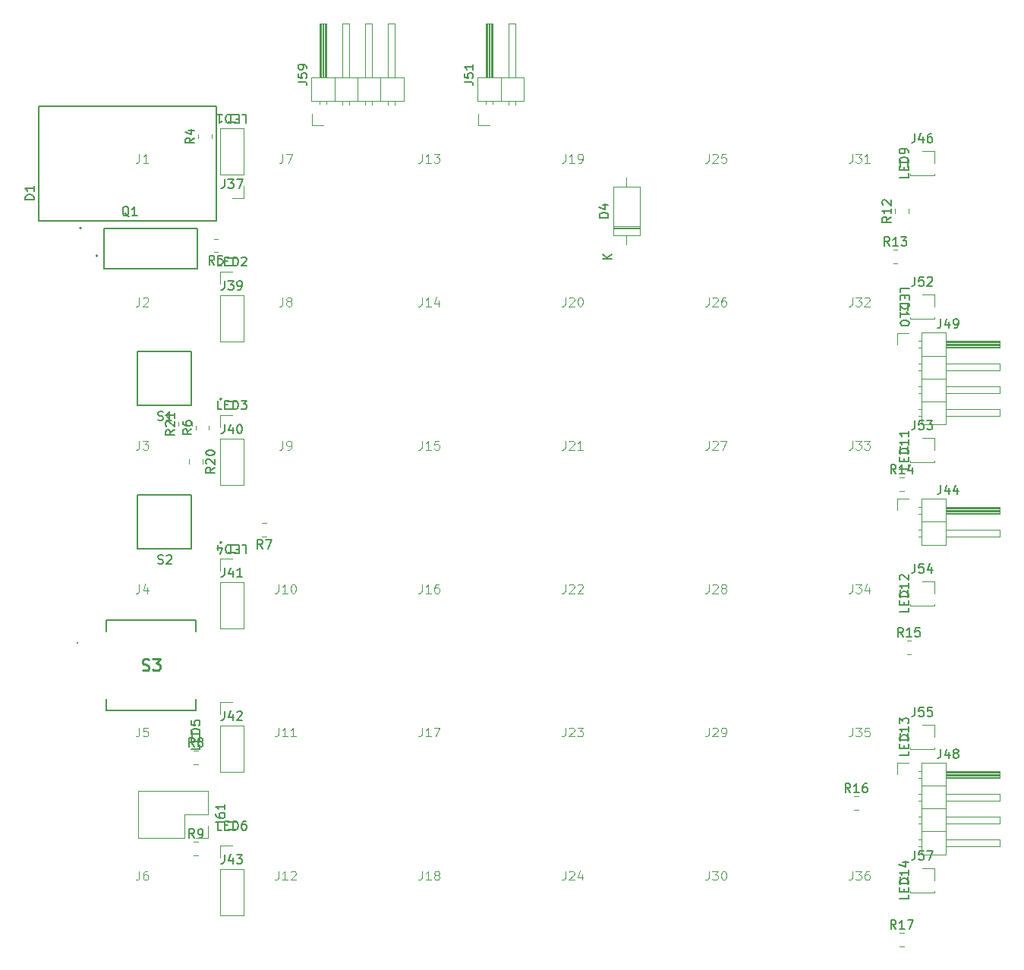
<source format=gbr>
%TF.GenerationSoftware,KiCad,Pcbnew,7.0.9*%
%TF.CreationDate,2024-03-13T01:01:39-05:00*%
%TF.ProjectId,BOARD,424f4152-442e-46b6-9963-61645f706362,rev?*%
%TF.SameCoordinates,Original*%
%TF.FileFunction,Legend,Top*%
%TF.FilePolarity,Positive*%
%FSLAX46Y46*%
G04 Gerber Fmt 4.6, Leading zero omitted, Abs format (unit mm)*
G04 Created by KiCad (PCBNEW 7.0.9) date 2024-03-13 01:01:39*
%MOMM*%
%LPD*%
G01*
G04 APERTURE LIST*
%ADD10C,0.150000*%
%ADD11C,0.100000*%
%ADD12C,0.254000*%
%ADD13C,0.120000*%
%ADD14C,0.127000*%
%ADD15C,0.200000*%
%ADD16C,0.152400*%
G04 APERTURE END LIST*
D10*
X174190476Y-124684819D02*
X174190476Y-125399104D01*
X174190476Y-125399104D02*
X174142857Y-125541961D01*
X174142857Y-125541961D02*
X174047619Y-125637200D01*
X174047619Y-125637200D02*
X173904762Y-125684819D01*
X173904762Y-125684819D02*
X173809524Y-125684819D01*
X175142857Y-124684819D02*
X174666667Y-124684819D01*
X174666667Y-124684819D02*
X174619048Y-125161009D01*
X174619048Y-125161009D02*
X174666667Y-125113390D01*
X174666667Y-125113390D02*
X174761905Y-125065771D01*
X174761905Y-125065771D02*
X175000000Y-125065771D01*
X175000000Y-125065771D02*
X175095238Y-125113390D01*
X175095238Y-125113390D02*
X175142857Y-125161009D01*
X175142857Y-125161009D02*
X175190476Y-125256247D01*
X175190476Y-125256247D02*
X175190476Y-125494342D01*
X175190476Y-125494342D02*
X175142857Y-125589580D01*
X175142857Y-125589580D02*
X175095238Y-125637200D01*
X175095238Y-125637200D02*
X175000000Y-125684819D01*
X175000000Y-125684819D02*
X174761905Y-125684819D01*
X174761905Y-125684819D02*
X174666667Y-125637200D01*
X174666667Y-125637200D02*
X174619048Y-125589580D01*
X175523810Y-124684819D02*
X176190476Y-124684819D01*
X176190476Y-124684819D02*
X175761905Y-125684819D01*
X93504819Y-77666666D02*
X93028628Y-77999999D01*
X93504819Y-78238094D02*
X92504819Y-78238094D01*
X92504819Y-78238094D02*
X92504819Y-77857142D01*
X92504819Y-77857142D02*
X92552438Y-77761904D01*
X92552438Y-77761904D02*
X92600057Y-77714285D01*
X92600057Y-77714285D02*
X92695295Y-77666666D01*
X92695295Y-77666666D02*
X92838152Y-77666666D01*
X92838152Y-77666666D02*
X92933390Y-77714285D01*
X92933390Y-77714285D02*
X92981009Y-77761904D01*
X92981009Y-77761904D02*
X93028628Y-77857142D01*
X93028628Y-77857142D02*
X93028628Y-78238094D01*
X92504819Y-76809523D02*
X92504819Y-76999999D01*
X92504819Y-76999999D02*
X92552438Y-77095237D01*
X92552438Y-77095237D02*
X92600057Y-77142856D01*
X92600057Y-77142856D02*
X92742914Y-77238094D01*
X92742914Y-77238094D02*
X92933390Y-77285713D01*
X92933390Y-77285713D02*
X93314342Y-77285713D01*
X93314342Y-77285713D02*
X93409580Y-77238094D01*
X93409580Y-77238094D02*
X93457200Y-77190475D01*
X93457200Y-77190475D02*
X93504819Y-77095237D01*
X93504819Y-77095237D02*
X93504819Y-76904761D01*
X93504819Y-76904761D02*
X93457200Y-76809523D01*
X93457200Y-76809523D02*
X93409580Y-76761904D01*
X93409580Y-76761904D02*
X93314342Y-76714285D01*
X93314342Y-76714285D02*
X93076247Y-76714285D01*
X93076247Y-76714285D02*
X92981009Y-76761904D01*
X92981009Y-76761904D02*
X92933390Y-76809523D01*
X92933390Y-76809523D02*
X92885771Y-76904761D01*
X92885771Y-76904761D02*
X92885771Y-77095237D01*
X92885771Y-77095237D02*
X92933390Y-77190475D01*
X92933390Y-77190475D02*
X92981009Y-77238094D01*
X92981009Y-77238094D02*
X93076247Y-77285713D01*
D11*
X87666666Y-78957419D02*
X87666666Y-79671704D01*
X87666666Y-79671704D02*
X87619047Y-79814561D01*
X87619047Y-79814561D02*
X87523809Y-79909800D01*
X87523809Y-79909800D02*
X87380952Y-79957419D01*
X87380952Y-79957419D02*
X87285714Y-79957419D01*
X88047619Y-78957419D02*
X88666666Y-78957419D01*
X88666666Y-78957419D02*
X88333333Y-79338371D01*
X88333333Y-79338371D02*
X88476190Y-79338371D01*
X88476190Y-79338371D02*
X88571428Y-79385990D01*
X88571428Y-79385990D02*
X88619047Y-79433609D01*
X88619047Y-79433609D02*
X88666666Y-79528847D01*
X88666666Y-79528847D02*
X88666666Y-79766942D01*
X88666666Y-79766942D02*
X88619047Y-79862180D01*
X88619047Y-79862180D02*
X88571428Y-79909800D01*
X88571428Y-79909800D02*
X88476190Y-79957419D01*
X88476190Y-79957419D02*
X88190476Y-79957419D01*
X88190476Y-79957419D02*
X88095238Y-79909800D01*
X88095238Y-79909800D02*
X88047619Y-79862180D01*
X167190476Y-78957419D02*
X167190476Y-79671704D01*
X167190476Y-79671704D02*
X167142857Y-79814561D01*
X167142857Y-79814561D02*
X167047619Y-79909800D01*
X167047619Y-79909800D02*
X166904762Y-79957419D01*
X166904762Y-79957419D02*
X166809524Y-79957419D01*
X167571429Y-78957419D02*
X168190476Y-78957419D01*
X168190476Y-78957419D02*
X167857143Y-79338371D01*
X167857143Y-79338371D02*
X168000000Y-79338371D01*
X168000000Y-79338371D02*
X168095238Y-79385990D01*
X168095238Y-79385990D02*
X168142857Y-79433609D01*
X168142857Y-79433609D02*
X168190476Y-79528847D01*
X168190476Y-79528847D02*
X168190476Y-79766942D01*
X168190476Y-79766942D02*
X168142857Y-79862180D01*
X168142857Y-79862180D02*
X168095238Y-79909800D01*
X168095238Y-79909800D02*
X168000000Y-79957419D01*
X168000000Y-79957419D02*
X167714286Y-79957419D01*
X167714286Y-79957419D02*
X167619048Y-79909800D01*
X167619048Y-79909800D02*
X167571429Y-79862180D01*
X168523810Y-78957419D02*
X169142857Y-78957419D01*
X169142857Y-78957419D02*
X168809524Y-79338371D01*
X168809524Y-79338371D02*
X168952381Y-79338371D01*
X168952381Y-79338371D02*
X169047619Y-79385990D01*
X169047619Y-79385990D02*
X169095238Y-79433609D01*
X169095238Y-79433609D02*
X169142857Y-79528847D01*
X169142857Y-79528847D02*
X169142857Y-79766942D01*
X169142857Y-79766942D02*
X169095238Y-79862180D01*
X169095238Y-79862180D02*
X169047619Y-79909800D01*
X169047619Y-79909800D02*
X168952381Y-79957419D01*
X168952381Y-79957419D02*
X168666667Y-79957419D01*
X168666667Y-79957419D02*
X168571429Y-79909800D01*
X168571429Y-79909800D02*
X168523810Y-79862180D01*
X119190476Y-46957419D02*
X119190476Y-47671704D01*
X119190476Y-47671704D02*
X119142857Y-47814561D01*
X119142857Y-47814561D02*
X119047619Y-47909800D01*
X119047619Y-47909800D02*
X118904762Y-47957419D01*
X118904762Y-47957419D02*
X118809524Y-47957419D01*
X120190476Y-47957419D02*
X119619048Y-47957419D01*
X119904762Y-47957419D02*
X119904762Y-46957419D01*
X119904762Y-46957419D02*
X119809524Y-47100276D01*
X119809524Y-47100276D02*
X119714286Y-47195514D01*
X119714286Y-47195514D02*
X119619048Y-47243133D01*
X120523810Y-46957419D02*
X121142857Y-46957419D01*
X121142857Y-46957419D02*
X120809524Y-47338371D01*
X120809524Y-47338371D02*
X120952381Y-47338371D01*
X120952381Y-47338371D02*
X121047619Y-47385990D01*
X121047619Y-47385990D02*
X121095238Y-47433609D01*
X121095238Y-47433609D02*
X121142857Y-47528847D01*
X121142857Y-47528847D02*
X121142857Y-47766942D01*
X121142857Y-47766942D02*
X121095238Y-47862180D01*
X121095238Y-47862180D02*
X121047619Y-47909800D01*
X121047619Y-47909800D02*
X120952381Y-47957419D01*
X120952381Y-47957419D02*
X120666667Y-47957419D01*
X120666667Y-47957419D02*
X120571429Y-47909800D01*
X120571429Y-47909800D02*
X120523810Y-47862180D01*
X151190476Y-110957419D02*
X151190476Y-111671704D01*
X151190476Y-111671704D02*
X151142857Y-111814561D01*
X151142857Y-111814561D02*
X151047619Y-111909800D01*
X151047619Y-111909800D02*
X150904762Y-111957419D01*
X150904762Y-111957419D02*
X150809524Y-111957419D01*
X151619048Y-111052657D02*
X151666667Y-111005038D01*
X151666667Y-111005038D02*
X151761905Y-110957419D01*
X151761905Y-110957419D02*
X152000000Y-110957419D01*
X152000000Y-110957419D02*
X152095238Y-111005038D01*
X152095238Y-111005038D02*
X152142857Y-111052657D01*
X152142857Y-111052657D02*
X152190476Y-111147895D01*
X152190476Y-111147895D02*
X152190476Y-111243133D01*
X152190476Y-111243133D02*
X152142857Y-111385990D01*
X152142857Y-111385990D02*
X151571429Y-111957419D01*
X151571429Y-111957419D02*
X152190476Y-111957419D01*
X152666667Y-111957419D02*
X152857143Y-111957419D01*
X152857143Y-111957419D02*
X152952381Y-111909800D01*
X152952381Y-111909800D02*
X153000000Y-111862180D01*
X153000000Y-111862180D02*
X153095238Y-111719323D01*
X153095238Y-111719323D02*
X153142857Y-111528847D01*
X153142857Y-111528847D02*
X153142857Y-111147895D01*
X153142857Y-111147895D02*
X153095238Y-111052657D01*
X153095238Y-111052657D02*
X153047619Y-111005038D01*
X153047619Y-111005038D02*
X152952381Y-110957419D01*
X152952381Y-110957419D02*
X152761905Y-110957419D01*
X152761905Y-110957419D02*
X152666667Y-111005038D01*
X152666667Y-111005038D02*
X152619048Y-111052657D01*
X152619048Y-111052657D02*
X152571429Y-111147895D01*
X152571429Y-111147895D02*
X152571429Y-111385990D01*
X152571429Y-111385990D02*
X152619048Y-111481228D01*
X152619048Y-111481228D02*
X152666667Y-111528847D01*
X152666667Y-111528847D02*
X152761905Y-111576466D01*
X152761905Y-111576466D02*
X152952381Y-111576466D01*
X152952381Y-111576466D02*
X153047619Y-111528847D01*
X153047619Y-111528847D02*
X153095238Y-111481228D01*
X153095238Y-111481228D02*
X153142857Y-111385990D01*
D10*
X86522261Y-53942557D02*
X86427023Y-53894938D01*
X86427023Y-53894938D02*
X86331785Y-53799700D01*
X86331785Y-53799700D02*
X86188928Y-53656842D01*
X86188928Y-53656842D02*
X86093690Y-53609223D01*
X86093690Y-53609223D02*
X85998452Y-53609223D01*
X86046071Y-53847319D02*
X85950833Y-53799700D01*
X85950833Y-53799700D02*
X85855595Y-53704461D01*
X85855595Y-53704461D02*
X85807976Y-53513985D01*
X85807976Y-53513985D02*
X85807976Y-53180652D01*
X85807976Y-53180652D02*
X85855595Y-52990176D01*
X85855595Y-52990176D02*
X85950833Y-52894938D01*
X85950833Y-52894938D02*
X86046071Y-52847319D01*
X86046071Y-52847319D02*
X86236547Y-52847319D01*
X86236547Y-52847319D02*
X86331785Y-52894938D01*
X86331785Y-52894938D02*
X86427023Y-52990176D01*
X86427023Y-52990176D02*
X86474642Y-53180652D01*
X86474642Y-53180652D02*
X86474642Y-53513985D01*
X86474642Y-53513985D02*
X86427023Y-53704461D01*
X86427023Y-53704461D02*
X86331785Y-53799700D01*
X86331785Y-53799700D02*
X86236547Y-53847319D01*
X86236547Y-53847319D02*
X86046071Y-53847319D01*
X87427023Y-53847319D02*
X86855595Y-53847319D01*
X87141309Y-53847319D02*
X87141309Y-52847319D01*
X87141309Y-52847319D02*
X87046071Y-52990176D01*
X87046071Y-52990176D02*
X86950833Y-53085414D01*
X86950833Y-53085414D02*
X86855595Y-53133033D01*
D11*
X151190476Y-78957419D02*
X151190476Y-79671704D01*
X151190476Y-79671704D02*
X151142857Y-79814561D01*
X151142857Y-79814561D02*
X151047619Y-79909800D01*
X151047619Y-79909800D02*
X150904762Y-79957419D01*
X150904762Y-79957419D02*
X150809524Y-79957419D01*
X151619048Y-79052657D02*
X151666667Y-79005038D01*
X151666667Y-79005038D02*
X151761905Y-78957419D01*
X151761905Y-78957419D02*
X152000000Y-78957419D01*
X152000000Y-78957419D02*
X152095238Y-79005038D01*
X152095238Y-79005038D02*
X152142857Y-79052657D01*
X152142857Y-79052657D02*
X152190476Y-79147895D01*
X152190476Y-79147895D02*
X152190476Y-79243133D01*
X152190476Y-79243133D02*
X152142857Y-79385990D01*
X152142857Y-79385990D02*
X151571429Y-79957419D01*
X151571429Y-79957419D02*
X152190476Y-79957419D01*
X152523810Y-78957419D02*
X153190476Y-78957419D01*
X153190476Y-78957419D02*
X152761905Y-79957419D01*
X87666666Y-62957419D02*
X87666666Y-63671704D01*
X87666666Y-63671704D02*
X87619047Y-63814561D01*
X87619047Y-63814561D02*
X87523809Y-63909800D01*
X87523809Y-63909800D02*
X87380952Y-63957419D01*
X87380952Y-63957419D02*
X87285714Y-63957419D01*
X88095238Y-63052657D02*
X88142857Y-63005038D01*
X88142857Y-63005038D02*
X88238095Y-62957419D01*
X88238095Y-62957419D02*
X88476190Y-62957419D01*
X88476190Y-62957419D02*
X88571428Y-63005038D01*
X88571428Y-63005038D02*
X88619047Y-63052657D01*
X88619047Y-63052657D02*
X88666666Y-63147895D01*
X88666666Y-63147895D02*
X88666666Y-63243133D01*
X88666666Y-63243133D02*
X88619047Y-63385990D01*
X88619047Y-63385990D02*
X88047619Y-63957419D01*
X88047619Y-63957419D02*
X88666666Y-63957419D01*
D10*
X174190476Y-44684819D02*
X174190476Y-45399104D01*
X174190476Y-45399104D02*
X174142857Y-45541961D01*
X174142857Y-45541961D02*
X174047619Y-45637200D01*
X174047619Y-45637200D02*
X173904762Y-45684819D01*
X173904762Y-45684819D02*
X173809524Y-45684819D01*
X175095238Y-45018152D02*
X175095238Y-45684819D01*
X174857143Y-44637200D02*
X174619048Y-45351485D01*
X174619048Y-45351485D02*
X175238095Y-45351485D01*
X176047619Y-44684819D02*
X175857143Y-44684819D01*
X175857143Y-44684819D02*
X175761905Y-44732438D01*
X175761905Y-44732438D02*
X175714286Y-44780057D01*
X175714286Y-44780057D02*
X175619048Y-44922914D01*
X175619048Y-44922914D02*
X175571429Y-45113390D01*
X175571429Y-45113390D02*
X175571429Y-45494342D01*
X175571429Y-45494342D02*
X175619048Y-45589580D01*
X175619048Y-45589580D02*
X175666667Y-45637200D01*
X175666667Y-45637200D02*
X175761905Y-45684819D01*
X175761905Y-45684819D02*
X175952381Y-45684819D01*
X175952381Y-45684819D02*
X176047619Y-45637200D01*
X176047619Y-45637200D02*
X176095238Y-45589580D01*
X176095238Y-45589580D02*
X176142857Y-45494342D01*
X176142857Y-45494342D02*
X176142857Y-45256247D01*
X176142857Y-45256247D02*
X176095238Y-45161009D01*
X176095238Y-45161009D02*
X176047619Y-45113390D01*
X176047619Y-45113390D02*
X175952381Y-45065771D01*
X175952381Y-45065771D02*
X175761905Y-45065771D01*
X175761905Y-45065771D02*
X175666667Y-45113390D01*
X175666667Y-45113390D02*
X175619048Y-45161009D01*
X175619048Y-45161009D02*
X175571429Y-45256247D01*
X172545180Y-62404761D02*
X172545180Y-61928571D01*
X172545180Y-61928571D02*
X173545180Y-61928571D01*
X173068990Y-62738095D02*
X173068990Y-63071428D01*
X172545180Y-63214285D02*
X172545180Y-62738095D01*
X172545180Y-62738095D02*
X173545180Y-62738095D01*
X173545180Y-62738095D02*
X173545180Y-63214285D01*
X172545180Y-63642857D02*
X173545180Y-63642857D01*
X173545180Y-63642857D02*
X173545180Y-63880952D01*
X173545180Y-63880952D02*
X173497561Y-64023809D01*
X173497561Y-64023809D02*
X173402323Y-64119047D01*
X173402323Y-64119047D02*
X173307085Y-64166666D01*
X173307085Y-64166666D02*
X173116609Y-64214285D01*
X173116609Y-64214285D02*
X172973752Y-64214285D01*
X172973752Y-64214285D02*
X172783276Y-64166666D01*
X172783276Y-64166666D02*
X172688038Y-64119047D01*
X172688038Y-64119047D02*
X172592800Y-64023809D01*
X172592800Y-64023809D02*
X172545180Y-63880952D01*
X172545180Y-63880952D02*
X172545180Y-63642857D01*
X172545180Y-65166666D02*
X172545180Y-64595238D01*
X172545180Y-64880952D02*
X173545180Y-64880952D01*
X173545180Y-64880952D02*
X173402323Y-64785714D01*
X173402323Y-64785714D02*
X173307085Y-64690476D01*
X173307085Y-64690476D02*
X173259466Y-64595238D01*
X173545180Y-65785714D02*
X173545180Y-65880952D01*
X173545180Y-65880952D02*
X173497561Y-65976190D01*
X173497561Y-65976190D02*
X173449942Y-66023809D01*
X173449942Y-66023809D02*
X173354704Y-66071428D01*
X173354704Y-66071428D02*
X173164228Y-66119047D01*
X173164228Y-66119047D02*
X172926133Y-66119047D01*
X172926133Y-66119047D02*
X172735657Y-66071428D01*
X172735657Y-66071428D02*
X172640419Y-66023809D01*
X172640419Y-66023809D02*
X172592800Y-65976190D01*
X172592800Y-65976190D02*
X172545180Y-65880952D01*
X172545180Y-65880952D02*
X172545180Y-65785714D01*
X172545180Y-65785714D02*
X172592800Y-65690476D01*
X172592800Y-65690476D02*
X172640419Y-65642857D01*
X172640419Y-65642857D02*
X172735657Y-65595238D01*
X172735657Y-65595238D02*
X172926133Y-65547619D01*
X172926133Y-65547619D02*
X173164228Y-65547619D01*
X173164228Y-65547619D02*
X173354704Y-65595238D01*
X173354704Y-65595238D02*
X173449942Y-65642857D01*
X173449942Y-65642857D02*
X173497561Y-65690476D01*
X173497561Y-65690476D02*
X173545180Y-65785714D01*
X97190476Y-125124819D02*
X97190476Y-125839104D01*
X97190476Y-125839104D02*
X97142857Y-125981961D01*
X97142857Y-125981961D02*
X97047619Y-126077200D01*
X97047619Y-126077200D02*
X96904762Y-126124819D01*
X96904762Y-126124819D02*
X96809524Y-126124819D01*
X98095238Y-125458152D02*
X98095238Y-126124819D01*
X97857143Y-125077200D02*
X97619048Y-125791485D01*
X97619048Y-125791485D02*
X98238095Y-125791485D01*
X98523810Y-125124819D02*
X99142857Y-125124819D01*
X99142857Y-125124819D02*
X98809524Y-125505771D01*
X98809524Y-125505771D02*
X98952381Y-125505771D01*
X98952381Y-125505771D02*
X99047619Y-125553390D01*
X99047619Y-125553390D02*
X99095238Y-125601009D01*
X99095238Y-125601009D02*
X99142857Y-125696247D01*
X99142857Y-125696247D02*
X99142857Y-125934342D01*
X99142857Y-125934342D02*
X99095238Y-126029580D01*
X99095238Y-126029580D02*
X99047619Y-126077200D01*
X99047619Y-126077200D02*
X98952381Y-126124819D01*
X98952381Y-126124819D02*
X98666667Y-126124819D01*
X98666667Y-126124819D02*
X98571429Y-126077200D01*
X98571429Y-126077200D02*
X98523810Y-126029580D01*
X97190476Y-77124819D02*
X97190476Y-77839104D01*
X97190476Y-77839104D02*
X97142857Y-77981961D01*
X97142857Y-77981961D02*
X97047619Y-78077200D01*
X97047619Y-78077200D02*
X96904762Y-78124819D01*
X96904762Y-78124819D02*
X96809524Y-78124819D01*
X98095238Y-77458152D02*
X98095238Y-78124819D01*
X97857143Y-77077200D02*
X97619048Y-77791485D01*
X97619048Y-77791485D02*
X98238095Y-77791485D01*
X98809524Y-77124819D02*
X98904762Y-77124819D01*
X98904762Y-77124819D02*
X99000000Y-77172438D01*
X99000000Y-77172438D02*
X99047619Y-77220057D01*
X99047619Y-77220057D02*
X99095238Y-77315295D01*
X99095238Y-77315295D02*
X99142857Y-77505771D01*
X99142857Y-77505771D02*
X99142857Y-77743866D01*
X99142857Y-77743866D02*
X99095238Y-77934342D01*
X99095238Y-77934342D02*
X99047619Y-78029580D01*
X99047619Y-78029580D02*
X99000000Y-78077200D01*
X99000000Y-78077200D02*
X98904762Y-78124819D01*
X98904762Y-78124819D02*
X98809524Y-78124819D01*
X98809524Y-78124819D02*
X98714286Y-78077200D01*
X98714286Y-78077200D02*
X98666667Y-78029580D01*
X98666667Y-78029580D02*
X98619048Y-77934342D01*
X98619048Y-77934342D02*
X98571429Y-77743866D01*
X98571429Y-77743866D02*
X98571429Y-77505771D01*
X98571429Y-77505771D02*
X98619048Y-77315295D01*
X98619048Y-77315295D02*
X98666667Y-77220057D01*
X98666667Y-77220057D02*
X98714286Y-77172438D01*
X98714286Y-77172438D02*
X98809524Y-77124819D01*
D11*
X167190476Y-110957419D02*
X167190476Y-111671704D01*
X167190476Y-111671704D02*
X167142857Y-111814561D01*
X167142857Y-111814561D02*
X167047619Y-111909800D01*
X167047619Y-111909800D02*
X166904762Y-111957419D01*
X166904762Y-111957419D02*
X166809524Y-111957419D01*
X167571429Y-110957419D02*
X168190476Y-110957419D01*
X168190476Y-110957419D02*
X167857143Y-111338371D01*
X167857143Y-111338371D02*
X168000000Y-111338371D01*
X168000000Y-111338371D02*
X168095238Y-111385990D01*
X168095238Y-111385990D02*
X168142857Y-111433609D01*
X168142857Y-111433609D02*
X168190476Y-111528847D01*
X168190476Y-111528847D02*
X168190476Y-111766942D01*
X168190476Y-111766942D02*
X168142857Y-111862180D01*
X168142857Y-111862180D02*
X168095238Y-111909800D01*
X168095238Y-111909800D02*
X168000000Y-111957419D01*
X168000000Y-111957419D02*
X167714286Y-111957419D01*
X167714286Y-111957419D02*
X167619048Y-111909800D01*
X167619048Y-111909800D02*
X167571429Y-111862180D01*
X169095238Y-110957419D02*
X168619048Y-110957419D01*
X168619048Y-110957419D02*
X168571429Y-111433609D01*
X168571429Y-111433609D02*
X168619048Y-111385990D01*
X168619048Y-111385990D02*
X168714286Y-111338371D01*
X168714286Y-111338371D02*
X168952381Y-111338371D01*
X168952381Y-111338371D02*
X169047619Y-111385990D01*
X169047619Y-111385990D02*
X169095238Y-111433609D01*
X169095238Y-111433609D02*
X169142857Y-111528847D01*
X169142857Y-111528847D02*
X169142857Y-111766942D01*
X169142857Y-111766942D02*
X169095238Y-111862180D01*
X169095238Y-111862180D02*
X169047619Y-111909800D01*
X169047619Y-111909800D02*
X168952381Y-111957419D01*
X168952381Y-111957419D02*
X168714286Y-111957419D01*
X168714286Y-111957419D02*
X168619048Y-111909800D01*
X168619048Y-111909800D02*
X168571429Y-111862180D01*
D10*
X96033333Y-59304819D02*
X95700000Y-58828628D01*
X95461905Y-59304819D02*
X95461905Y-58304819D01*
X95461905Y-58304819D02*
X95842857Y-58304819D01*
X95842857Y-58304819D02*
X95938095Y-58352438D01*
X95938095Y-58352438D02*
X95985714Y-58400057D01*
X95985714Y-58400057D02*
X96033333Y-58495295D01*
X96033333Y-58495295D02*
X96033333Y-58638152D01*
X96033333Y-58638152D02*
X95985714Y-58733390D01*
X95985714Y-58733390D02*
X95938095Y-58781009D01*
X95938095Y-58781009D02*
X95842857Y-58828628D01*
X95842857Y-58828628D02*
X95461905Y-58828628D01*
X96938095Y-58304819D02*
X96461905Y-58304819D01*
X96461905Y-58304819D02*
X96414286Y-58781009D01*
X96414286Y-58781009D02*
X96461905Y-58733390D01*
X96461905Y-58733390D02*
X96557143Y-58685771D01*
X96557143Y-58685771D02*
X96795238Y-58685771D01*
X96795238Y-58685771D02*
X96890476Y-58733390D01*
X96890476Y-58733390D02*
X96938095Y-58781009D01*
X96938095Y-58781009D02*
X96985714Y-58876247D01*
X96985714Y-58876247D02*
X96985714Y-59114342D01*
X96985714Y-59114342D02*
X96938095Y-59209580D01*
X96938095Y-59209580D02*
X96890476Y-59257200D01*
X96890476Y-59257200D02*
X96795238Y-59304819D01*
X96795238Y-59304819D02*
X96557143Y-59304819D01*
X96557143Y-59304819D02*
X96461905Y-59257200D01*
X96461905Y-59257200D02*
X96414286Y-59209580D01*
X89763095Y-92642200D02*
X89905952Y-92689819D01*
X89905952Y-92689819D02*
X90144047Y-92689819D01*
X90144047Y-92689819D02*
X90239285Y-92642200D01*
X90239285Y-92642200D02*
X90286904Y-92594580D01*
X90286904Y-92594580D02*
X90334523Y-92499342D01*
X90334523Y-92499342D02*
X90334523Y-92404104D01*
X90334523Y-92404104D02*
X90286904Y-92308866D01*
X90286904Y-92308866D02*
X90239285Y-92261247D01*
X90239285Y-92261247D02*
X90144047Y-92213628D01*
X90144047Y-92213628D02*
X89953571Y-92166009D01*
X89953571Y-92166009D02*
X89858333Y-92118390D01*
X89858333Y-92118390D02*
X89810714Y-92070771D01*
X89810714Y-92070771D02*
X89763095Y-91975533D01*
X89763095Y-91975533D02*
X89763095Y-91880295D01*
X89763095Y-91880295D02*
X89810714Y-91785057D01*
X89810714Y-91785057D02*
X89858333Y-91737438D01*
X89858333Y-91737438D02*
X89953571Y-91689819D01*
X89953571Y-91689819D02*
X90191666Y-91689819D01*
X90191666Y-91689819D02*
X90334523Y-91737438D01*
X90715476Y-91785057D02*
X90763095Y-91737438D01*
X90763095Y-91737438D02*
X90858333Y-91689819D01*
X90858333Y-91689819D02*
X91096428Y-91689819D01*
X91096428Y-91689819D02*
X91191666Y-91737438D01*
X91191666Y-91737438D02*
X91239285Y-91785057D01*
X91239285Y-91785057D02*
X91286904Y-91880295D01*
X91286904Y-91880295D02*
X91286904Y-91975533D01*
X91286904Y-91975533D02*
X91239285Y-92118390D01*
X91239285Y-92118390D02*
X90667857Y-92689819D01*
X90667857Y-92689819D02*
X91286904Y-92689819D01*
X174190476Y-108684819D02*
X174190476Y-109399104D01*
X174190476Y-109399104D02*
X174142857Y-109541961D01*
X174142857Y-109541961D02*
X174047619Y-109637200D01*
X174047619Y-109637200D02*
X173904762Y-109684819D01*
X173904762Y-109684819D02*
X173809524Y-109684819D01*
X175142857Y-108684819D02*
X174666667Y-108684819D01*
X174666667Y-108684819D02*
X174619048Y-109161009D01*
X174619048Y-109161009D02*
X174666667Y-109113390D01*
X174666667Y-109113390D02*
X174761905Y-109065771D01*
X174761905Y-109065771D02*
X175000000Y-109065771D01*
X175000000Y-109065771D02*
X175095238Y-109113390D01*
X175095238Y-109113390D02*
X175142857Y-109161009D01*
X175142857Y-109161009D02*
X175190476Y-109256247D01*
X175190476Y-109256247D02*
X175190476Y-109494342D01*
X175190476Y-109494342D02*
X175142857Y-109589580D01*
X175142857Y-109589580D02*
X175095238Y-109637200D01*
X175095238Y-109637200D02*
X175000000Y-109684819D01*
X175000000Y-109684819D02*
X174761905Y-109684819D01*
X174761905Y-109684819D02*
X174666667Y-109637200D01*
X174666667Y-109637200D02*
X174619048Y-109589580D01*
X176095238Y-108684819D02*
X175619048Y-108684819D01*
X175619048Y-108684819D02*
X175571429Y-109161009D01*
X175571429Y-109161009D02*
X175619048Y-109113390D01*
X175619048Y-109113390D02*
X175714286Y-109065771D01*
X175714286Y-109065771D02*
X175952381Y-109065771D01*
X175952381Y-109065771D02*
X176047619Y-109113390D01*
X176047619Y-109113390D02*
X176095238Y-109161009D01*
X176095238Y-109161009D02*
X176142857Y-109256247D01*
X176142857Y-109256247D02*
X176142857Y-109494342D01*
X176142857Y-109494342D02*
X176095238Y-109589580D01*
X176095238Y-109589580D02*
X176047619Y-109637200D01*
X176047619Y-109637200D02*
X175952381Y-109684819D01*
X175952381Y-109684819D02*
X175714286Y-109684819D01*
X175714286Y-109684819D02*
X175619048Y-109637200D01*
X175619048Y-109637200D02*
X175571429Y-109589580D01*
X174190476Y-60684819D02*
X174190476Y-61399104D01*
X174190476Y-61399104D02*
X174142857Y-61541961D01*
X174142857Y-61541961D02*
X174047619Y-61637200D01*
X174047619Y-61637200D02*
X173904762Y-61684819D01*
X173904762Y-61684819D02*
X173809524Y-61684819D01*
X175142857Y-60684819D02*
X174666667Y-60684819D01*
X174666667Y-60684819D02*
X174619048Y-61161009D01*
X174619048Y-61161009D02*
X174666667Y-61113390D01*
X174666667Y-61113390D02*
X174761905Y-61065771D01*
X174761905Y-61065771D02*
X175000000Y-61065771D01*
X175000000Y-61065771D02*
X175095238Y-61113390D01*
X175095238Y-61113390D02*
X175142857Y-61161009D01*
X175142857Y-61161009D02*
X175190476Y-61256247D01*
X175190476Y-61256247D02*
X175190476Y-61494342D01*
X175190476Y-61494342D02*
X175142857Y-61589580D01*
X175142857Y-61589580D02*
X175095238Y-61637200D01*
X175095238Y-61637200D02*
X175000000Y-61684819D01*
X175000000Y-61684819D02*
X174761905Y-61684819D01*
X174761905Y-61684819D02*
X174666667Y-61637200D01*
X174666667Y-61637200D02*
X174619048Y-61589580D01*
X175571429Y-60780057D02*
X175619048Y-60732438D01*
X175619048Y-60732438D02*
X175714286Y-60684819D01*
X175714286Y-60684819D02*
X175952381Y-60684819D01*
X175952381Y-60684819D02*
X176047619Y-60732438D01*
X176047619Y-60732438D02*
X176095238Y-60780057D01*
X176095238Y-60780057D02*
X176142857Y-60875295D01*
X176142857Y-60875295D02*
X176142857Y-60970533D01*
X176142857Y-60970533D02*
X176095238Y-61113390D01*
X176095238Y-61113390D02*
X175523810Y-61684819D01*
X175523810Y-61684819D02*
X176142857Y-61684819D01*
D11*
X119190476Y-126957419D02*
X119190476Y-127671704D01*
X119190476Y-127671704D02*
X119142857Y-127814561D01*
X119142857Y-127814561D02*
X119047619Y-127909800D01*
X119047619Y-127909800D02*
X118904762Y-127957419D01*
X118904762Y-127957419D02*
X118809524Y-127957419D01*
X120190476Y-127957419D02*
X119619048Y-127957419D01*
X119904762Y-127957419D02*
X119904762Y-126957419D01*
X119904762Y-126957419D02*
X119809524Y-127100276D01*
X119809524Y-127100276D02*
X119714286Y-127195514D01*
X119714286Y-127195514D02*
X119619048Y-127243133D01*
X120761905Y-127385990D02*
X120666667Y-127338371D01*
X120666667Y-127338371D02*
X120619048Y-127290752D01*
X120619048Y-127290752D02*
X120571429Y-127195514D01*
X120571429Y-127195514D02*
X120571429Y-127147895D01*
X120571429Y-127147895D02*
X120619048Y-127052657D01*
X120619048Y-127052657D02*
X120666667Y-127005038D01*
X120666667Y-127005038D02*
X120761905Y-126957419D01*
X120761905Y-126957419D02*
X120952381Y-126957419D01*
X120952381Y-126957419D02*
X121047619Y-127005038D01*
X121047619Y-127005038D02*
X121095238Y-127052657D01*
X121095238Y-127052657D02*
X121142857Y-127147895D01*
X121142857Y-127147895D02*
X121142857Y-127195514D01*
X121142857Y-127195514D02*
X121095238Y-127290752D01*
X121095238Y-127290752D02*
X121047619Y-127338371D01*
X121047619Y-127338371D02*
X120952381Y-127385990D01*
X120952381Y-127385990D02*
X120761905Y-127385990D01*
X120761905Y-127385990D02*
X120666667Y-127433609D01*
X120666667Y-127433609D02*
X120619048Y-127481228D01*
X120619048Y-127481228D02*
X120571429Y-127576466D01*
X120571429Y-127576466D02*
X120571429Y-127766942D01*
X120571429Y-127766942D02*
X120619048Y-127862180D01*
X120619048Y-127862180D02*
X120666667Y-127909800D01*
X120666667Y-127909800D02*
X120761905Y-127957419D01*
X120761905Y-127957419D02*
X120952381Y-127957419D01*
X120952381Y-127957419D02*
X121047619Y-127909800D01*
X121047619Y-127909800D02*
X121095238Y-127862180D01*
X121095238Y-127862180D02*
X121142857Y-127766942D01*
X121142857Y-127766942D02*
X121142857Y-127576466D01*
X121142857Y-127576466D02*
X121095238Y-127481228D01*
X121095238Y-127481228D02*
X121047619Y-127433609D01*
X121047619Y-127433609D02*
X120952381Y-127385990D01*
X87666666Y-126957419D02*
X87666666Y-127671704D01*
X87666666Y-127671704D02*
X87619047Y-127814561D01*
X87619047Y-127814561D02*
X87523809Y-127909800D01*
X87523809Y-127909800D02*
X87380952Y-127957419D01*
X87380952Y-127957419D02*
X87285714Y-127957419D01*
X88571428Y-126957419D02*
X88380952Y-126957419D01*
X88380952Y-126957419D02*
X88285714Y-127005038D01*
X88285714Y-127005038D02*
X88238095Y-127052657D01*
X88238095Y-127052657D02*
X88142857Y-127195514D01*
X88142857Y-127195514D02*
X88095238Y-127385990D01*
X88095238Y-127385990D02*
X88095238Y-127766942D01*
X88095238Y-127766942D02*
X88142857Y-127862180D01*
X88142857Y-127862180D02*
X88190476Y-127909800D01*
X88190476Y-127909800D02*
X88285714Y-127957419D01*
X88285714Y-127957419D02*
X88476190Y-127957419D01*
X88476190Y-127957419D02*
X88571428Y-127909800D01*
X88571428Y-127909800D02*
X88619047Y-127862180D01*
X88619047Y-127862180D02*
X88666666Y-127766942D01*
X88666666Y-127766942D02*
X88666666Y-127528847D01*
X88666666Y-127528847D02*
X88619047Y-127433609D01*
X88619047Y-127433609D02*
X88571428Y-127385990D01*
X88571428Y-127385990D02*
X88476190Y-127338371D01*
X88476190Y-127338371D02*
X88285714Y-127338371D01*
X88285714Y-127338371D02*
X88190476Y-127385990D01*
X88190476Y-127385990D02*
X88142857Y-127433609D01*
X88142857Y-127433609D02*
X88095238Y-127528847D01*
X151190476Y-126957419D02*
X151190476Y-127671704D01*
X151190476Y-127671704D02*
X151142857Y-127814561D01*
X151142857Y-127814561D02*
X151047619Y-127909800D01*
X151047619Y-127909800D02*
X150904762Y-127957419D01*
X150904762Y-127957419D02*
X150809524Y-127957419D01*
X151571429Y-126957419D02*
X152190476Y-126957419D01*
X152190476Y-126957419D02*
X151857143Y-127338371D01*
X151857143Y-127338371D02*
X152000000Y-127338371D01*
X152000000Y-127338371D02*
X152095238Y-127385990D01*
X152095238Y-127385990D02*
X152142857Y-127433609D01*
X152142857Y-127433609D02*
X152190476Y-127528847D01*
X152190476Y-127528847D02*
X152190476Y-127766942D01*
X152190476Y-127766942D02*
X152142857Y-127862180D01*
X152142857Y-127862180D02*
X152095238Y-127909800D01*
X152095238Y-127909800D02*
X152000000Y-127957419D01*
X152000000Y-127957419D02*
X151714286Y-127957419D01*
X151714286Y-127957419D02*
X151619048Y-127909800D01*
X151619048Y-127909800D02*
X151571429Y-127862180D01*
X152809524Y-126957419D02*
X152904762Y-126957419D01*
X152904762Y-126957419D02*
X153000000Y-127005038D01*
X153000000Y-127005038D02*
X153047619Y-127052657D01*
X153047619Y-127052657D02*
X153095238Y-127147895D01*
X153095238Y-127147895D02*
X153142857Y-127338371D01*
X153142857Y-127338371D02*
X153142857Y-127576466D01*
X153142857Y-127576466D02*
X153095238Y-127766942D01*
X153095238Y-127766942D02*
X153047619Y-127862180D01*
X153047619Y-127862180D02*
X153000000Y-127909800D01*
X153000000Y-127909800D02*
X152904762Y-127957419D01*
X152904762Y-127957419D02*
X152809524Y-127957419D01*
X152809524Y-127957419D02*
X152714286Y-127909800D01*
X152714286Y-127909800D02*
X152666667Y-127862180D01*
X152666667Y-127862180D02*
X152619048Y-127766942D01*
X152619048Y-127766942D02*
X152571429Y-127576466D01*
X152571429Y-127576466D02*
X152571429Y-127338371D01*
X152571429Y-127338371D02*
X152619048Y-127147895D01*
X152619048Y-127147895D02*
X152666667Y-127052657D01*
X152666667Y-127052657D02*
X152714286Y-127005038D01*
X152714286Y-127005038D02*
X152809524Y-126957419D01*
D10*
X173454819Y-97595238D02*
X173454819Y-98071428D01*
X173454819Y-98071428D02*
X172454819Y-98071428D01*
X172931009Y-97261904D02*
X172931009Y-96928571D01*
X173454819Y-96785714D02*
X173454819Y-97261904D01*
X173454819Y-97261904D02*
X172454819Y-97261904D01*
X172454819Y-97261904D02*
X172454819Y-96785714D01*
X173454819Y-96357142D02*
X172454819Y-96357142D01*
X172454819Y-96357142D02*
X172454819Y-96119047D01*
X172454819Y-96119047D02*
X172502438Y-95976190D01*
X172502438Y-95976190D02*
X172597676Y-95880952D01*
X172597676Y-95880952D02*
X172692914Y-95833333D01*
X172692914Y-95833333D02*
X172883390Y-95785714D01*
X172883390Y-95785714D02*
X173026247Y-95785714D01*
X173026247Y-95785714D02*
X173216723Y-95833333D01*
X173216723Y-95833333D02*
X173311961Y-95880952D01*
X173311961Y-95880952D02*
X173407200Y-95976190D01*
X173407200Y-95976190D02*
X173454819Y-96119047D01*
X173454819Y-96119047D02*
X173454819Y-96357142D01*
X173454819Y-94833333D02*
X173454819Y-95404761D01*
X173454819Y-95119047D02*
X172454819Y-95119047D01*
X172454819Y-95119047D02*
X172597676Y-95214285D01*
X172597676Y-95214285D02*
X172692914Y-95309523D01*
X172692914Y-95309523D02*
X172740533Y-95404761D01*
X172550057Y-94452380D02*
X172502438Y-94404761D01*
X172502438Y-94404761D02*
X172454819Y-94309523D01*
X172454819Y-94309523D02*
X172454819Y-94071428D01*
X172454819Y-94071428D02*
X172502438Y-93976190D01*
X172502438Y-93976190D02*
X172550057Y-93928571D01*
X172550057Y-93928571D02*
X172645295Y-93880952D01*
X172645295Y-93880952D02*
X172740533Y-93880952D01*
X172740533Y-93880952D02*
X172883390Y-93928571D01*
X172883390Y-93928571D02*
X173454819Y-94499999D01*
X173454819Y-94499999D02*
X173454819Y-93880952D01*
D11*
X167190476Y-62957419D02*
X167190476Y-63671704D01*
X167190476Y-63671704D02*
X167142857Y-63814561D01*
X167142857Y-63814561D02*
X167047619Y-63909800D01*
X167047619Y-63909800D02*
X166904762Y-63957419D01*
X166904762Y-63957419D02*
X166809524Y-63957419D01*
X167571429Y-62957419D02*
X168190476Y-62957419D01*
X168190476Y-62957419D02*
X167857143Y-63338371D01*
X167857143Y-63338371D02*
X168000000Y-63338371D01*
X168000000Y-63338371D02*
X168095238Y-63385990D01*
X168095238Y-63385990D02*
X168142857Y-63433609D01*
X168142857Y-63433609D02*
X168190476Y-63528847D01*
X168190476Y-63528847D02*
X168190476Y-63766942D01*
X168190476Y-63766942D02*
X168142857Y-63862180D01*
X168142857Y-63862180D02*
X168095238Y-63909800D01*
X168095238Y-63909800D02*
X168000000Y-63957419D01*
X168000000Y-63957419D02*
X167714286Y-63957419D01*
X167714286Y-63957419D02*
X167619048Y-63909800D01*
X167619048Y-63909800D02*
X167571429Y-63862180D01*
X168571429Y-63052657D02*
X168619048Y-63005038D01*
X168619048Y-63005038D02*
X168714286Y-62957419D01*
X168714286Y-62957419D02*
X168952381Y-62957419D01*
X168952381Y-62957419D02*
X169047619Y-63005038D01*
X169047619Y-63005038D02*
X169095238Y-63052657D01*
X169095238Y-63052657D02*
X169142857Y-63147895D01*
X169142857Y-63147895D02*
X169142857Y-63243133D01*
X169142857Y-63243133D02*
X169095238Y-63385990D01*
X169095238Y-63385990D02*
X168523810Y-63957419D01*
X168523810Y-63957419D02*
X169142857Y-63957419D01*
D10*
X101433333Y-91004819D02*
X101100000Y-90528628D01*
X100861905Y-91004819D02*
X100861905Y-90004819D01*
X100861905Y-90004819D02*
X101242857Y-90004819D01*
X101242857Y-90004819D02*
X101338095Y-90052438D01*
X101338095Y-90052438D02*
X101385714Y-90100057D01*
X101385714Y-90100057D02*
X101433333Y-90195295D01*
X101433333Y-90195295D02*
X101433333Y-90338152D01*
X101433333Y-90338152D02*
X101385714Y-90433390D01*
X101385714Y-90433390D02*
X101338095Y-90481009D01*
X101338095Y-90481009D02*
X101242857Y-90528628D01*
X101242857Y-90528628D02*
X100861905Y-90528628D01*
X101766667Y-90004819D02*
X102433333Y-90004819D01*
X102433333Y-90004819D02*
X102004762Y-91004819D01*
D11*
X151190476Y-62957419D02*
X151190476Y-63671704D01*
X151190476Y-63671704D02*
X151142857Y-63814561D01*
X151142857Y-63814561D02*
X151047619Y-63909800D01*
X151047619Y-63909800D02*
X150904762Y-63957419D01*
X150904762Y-63957419D02*
X150809524Y-63957419D01*
X151619048Y-63052657D02*
X151666667Y-63005038D01*
X151666667Y-63005038D02*
X151761905Y-62957419D01*
X151761905Y-62957419D02*
X152000000Y-62957419D01*
X152000000Y-62957419D02*
X152095238Y-63005038D01*
X152095238Y-63005038D02*
X152142857Y-63052657D01*
X152142857Y-63052657D02*
X152190476Y-63147895D01*
X152190476Y-63147895D02*
X152190476Y-63243133D01*
X152190476Y-63243133D02*
X152142857Y-63385990D01*
X152142857Y-63385990D02*
X151571429Y-63957419D01*
X151571429Y-63957419D02*
X152190476Y-63957419D01*
X153047619Y-62957419D02*
X152857143Y-62957419D01*
X152857143Y-62957419D02*
X152761905Y-63005038D01*
X152761905Y-63005038D02*
X152714286Y-63052657D01*
X152714286Y-63052657D02*
X152619048Y-63195514D01*
X152619048Y-63195514D02*
X152571429Y-63385990D01*
X152571429Y-63385990D02*
X152571429Y-63766942D01*
X152571429Y-63766942D02*
X152619048Y-63862180D01*
X152619048Y-63862180D02*
X152666667Y-63909800D01*
X152666667Y-63909800D02*
X152761905Y-63957419D01*
X152761905Y-63957419D02*
X152952381Y-63957419D01*
X152952381Y-63957419D02*
X153047619Y-63909800D01*
X153047619Y-63909800D02*
X153095238Y-63862180D01*
X153095238Y-63862180D02*
X153142857Y-63766942D01*
X153142857Y-63766942D02*
X153142857Y-63528847D01*
X153142857Y-63528847D02*
X153095238Y-63433609D01*
X153095238Y-63433609D02*
X153047619Y-63385990D01*
X153047619Y-63385990D02*
X152952381Y-63338371D01*
X152952381Y-63338371D02*
X152761905Y-63338371D01*
X152761905Y-63338371D02*
X152666667Y-63385990D01*
X152666667Y-63385990D02*
X152619048Y-63433609D01*
X152619048Y-63433609D02*
X152571429Y-63528847D01*
X135190476Y-94957419D02*
X135190476Y-95671704D01*
X135190476Y-95671704D02*
X135142857Y-95814561D01*
X135142857Y-95814561D02*
X135047619Y-95909800D01*
X135047619Y-95909800D02*
X134904762Y-95957419D01*
X134904762Y-95957419D02*
X134809524Y-95957419D01*
X135619048Y-95052657D02*
X135666667Y-95005038D01*
X135666667Y-95005038D02*
X135761905Y-94957419D01*
X135761905Y-94957419D02*
X136000000Y-94957419D01*
X136000000Y-94957419D02*
X136095238Y-95005038D01*
X136095238Y-95005038D02*
X136142857Y-95052657D01*
X136142857Y-95052657D02*
X136190476Y-95147895D01*
X136190476Y-95147895D02*
X136190476Y-95243133D01*
X136190476Y-95243133D02*
X136142857Y-95385990D01*
X136142857Y-95385990D02*
X135571429Y-95957419D01*
X135571429Y-95957419D02*
X136190476Y-95957419D01*
X136571429Y-95052657D02*
X136619048Y-95005038D01*
X136619048Y-95005038D02*
X136714286Y-94957419D01*
X136714286Y-94957419D02*
X136952381Y-94957419D01*
X136952381Y-94957419D02*
X137047619Y-95005038D01*
X137047619Y-95005038D02*
X137095238Y-95052657D01*
X137095238Y-95052657D02*
X137142857Y-95147895D01*
X137142857Y-95147895D02*
X137142857Y-95243133D01*
X137142857Y-95243133D02*
X137095238Y-95385990D01*
X137095238Y-95385990D02*
X136523810Y-95957419D01*
X136523810Y-95957419D02*
X137142857Y-95957419D01*
D12*
X88032380Y-104513842D02*
X88213809Y-104574318D01*
X88213809Y-104574318D02*
X88516190Y-104574318D01*
X88516190Y-104574318D02*
X88637142Y-104513842D01*
X88637142Y-104513842D02*
X88697618Y-104453365D01*
X88697618Y-104453365D02*
X88758095Y-104332413D01*
X88758095Y-104332413D02*
X88758095Y-104211461D01*
X88758095Y-104211461D02*
X88697618Y-104090508D01*
X88697618Y-104090508D02*
X88637142Y-104030032D01*
X88637142Y-104030032D02*
X88516190Y-103969556D01*
X88516190Y-103969556D02*
X88274285Y-103909080D01*
X88274285Y-103909080D02*
X88153333Y-103848603D01*
X88153333Y-103848603D02*
X88092856Y-103788127D01*
X88092856Y-103788127D02*
X88032380Y-103667175D01*
X88032380Y-103667175D02*
X88032380Y-103546222D01*
X88032380Y-103546222D02*
X88092856Y-103425270D01*
X88092856Y-103425270D02*
X88153333Y-103364794D01*
X88153333Y-103364794D02*
X88274285Y-103304318D01*
X88274285Y-103304318D02*
X88576666Y-103304318D01*
X88576666Y-103304318D02*
X88758095Y-103364794D01*
X89181428Y-103304318D02*
X89967619Y-103304318D01*
X89967619Y-103304318D02*
X89544285Y-103788127D01*
X89544285Y-103788127D02*
X89725714Y-103788127D01*
X89725714Y-103788127D02*
X89846666Y-103848603D01*
X89846666Y-103848603D02*
X89907142Y-103909080D01*
X89907142Y-103909080D02*
X89967619Y-104030032D01*
X89967619Y-104030032D02*
X89967619Y-104332413D01*
X89967619Y-104332413D02*
X89907142Y-104453365D01*
X89907142Y-104453365D02*
X89846666Y-104513842D01*
X89846666Y-104513842D02*
X89725714Y-104574318D01*
X89725714Y-104574318D02*
X89362857Y-104574318D01*
X89362857Y-104574318D02*
X89241904Y-104513842D01*
X89241904Y-104513842D02*
X89181428Y-104453365D01*
D10*
X96204819Y-121459523D02*
X96919104Y-121459523D01*
X96919104Y-121459523D02*
X97061961Y-121507142D01*
X97061961Y-121507142D02*
X97157200Y-121602380D01*
X97157200Y-121602380D02*
X97204819Y-121745237D01*
X97204819Y-121745237D02*
X97204819Y-121840475D01*
X96204819Y-120554761D02*
X96204819Y-120745237D01*
X96204819Y-120745237D02*
X96252438Y-120840475D01*
X96252438Y-120840475D02*
X96300057Y-120888094D01*
X96300057Y-120888094D02*
X96442914Y-120983332D01*
X96442914Y-120983332D02*
X96633390Y-121030951D01*
X96633390Y-121030951D02*
X97014342Y-121030951D01*
X97014342Y-121030951D02*
X97109580Y-120983332D01*
X97109580Y-120983332D02*
X97157200Y-120935713D01*
X97157200Y-120935713D02*
X97204819Y-120840475D01*
X97204819Y-120840475D02*
X97204819Y-120649999D01*
X97204819Y-120649999D02*
X97157200Y-120554761D01*
X97157200Y-120554761D02*
X97109580Y-120507142D01*
X97109580Y-120507142D02*
X97014342Y-120459523D01*
X97014342Y-120459523D02*
X96776247Y-120459523D01*
X96776247Y-120459523D02*
X96681009Y-120507142D01*
X96681009Y-120507142D02*
X96633390Y-120554761D01*
X96633390Y-120554761D02*
X96585771Y-120649999D01*
X96585771Y-120649999D02*
X96585771Y-120840475D01*
X96585771Y-120840475D02*
X96633390Y-120935713D01*
X96633390Y-120935713D02*
X96681009Y-120983332D01*
X96681009Y-120983332D02*
X96776247Y-121030951D01*
X97204819Y-119507142D02*
X97204819Y-120078570D01*
X97204819Y-119792856D02*
X96204819Y-119792856D01*
X96204819Y-119792856D02*
X96347676Y-119888094D01*
X96347676Y-119888094D02*
X96442914Y-119983332D01*
X96442914Y-119983332D02*
X96490533Y-120078570D01*
X177075476Y-113374819D02*
X177075476Y-114089104D01*
X177075476Y-114089104D02*
X177027857Y-114231961D01*
X177027857Y-114231961D02*
X176932619Y-114327200D01*
X176932619Y-114327200D02*
X176789762Y-114374819D01*
X176789762Y-114374819D02*
X176694524Y-114374819D01*
X177980238Y-113708152D02*
X177980238Y-114374819D01*
X177742143Y-113327200D02*
X177504048Y-114041485D01*
X177504048Y-114041485D02*
X178123095Y-114041485D01*
X178646905Y-113803390D02*
X178551667Y-113755771D01*
X178551667Y-113755771D02*
X178504048Y-113708152D01*
X178504048Y-113708152D02*
X178456429Y-113612914D01*
X178456429Y-113612914D02*
X178456429Y-113565295D01*
X178456429Y-113565295D02*
X178504048Y-113470057D01*
X178504048Y-113470057D02*
X178551667Y-113422438D01*
X178551667Y-113422438D02*
X178646905Y-113374819D01*
X178646905Y-113374819D02*
X178837381Y-113374819D01*
X178837381Y-113374819D02*
X178932619Y-113422438D01*
X178932619Y-113422438D02*
X178980238Y-113470057D01*
X178980238Y-113470057D02*
X179027857Y-113565295D01*
X179027857Y-113565295D02*
X179027857Y-113612914D01*
X179027857Y-113612914D02*
X178980238Y-113708152D01*
X178980238Y-113708152D02*
X178932619Y-113755771D01*
X178932619Y-113755771D02*
X178837381Y-113803390D01*
X178837381Y-113803390D02*
X178646905Y-113803390D01*
X178646905Y-113803390D02*
X178551667Y-113851009D01*
X178551667Y-113851009D02*
X178504048Y-113898628D01*
X178504048Y-113898628D02*
X178456429Y-113993866D01*
X178456429Y-113993866D02*
X178456429Y-114184342D01*
X178456429Y-114184342D02*
X178504048Y-114279580D01*
X178504048Y-114279580D02*
X178551667Y-114327200D01*
X178551667Y-114327200D02*
X178646905Y-114374819D01*
X178646905Y-114374819D02*
X178837381Y-114374819D01*
X178837381Y-114374819D02*
X178932619Y-114327200D01*
X178932619Y-114327200D02*
X178980238Y-114279580D01*
X178980238Y-114279580D02*
X179027857Y-114184342D01*
X179027857Y-114184342D02*
X179027857Y-113993866D01*
X179027857Y-113993866D02*
X178980238Y-113898628D01*
X178980238Y-113898628D02*
X178932619Y-113851009D01*
X178932619Y-113851009D02*
X178837381Y-113803390D01*
X172077142Y-82624819D02*
X171743809Y-82148628D01*
X171505714Y-82624819D02*
X171505714Y-81624819D01*
X171505714Y-81624819D02*
X171886666Y-81624819D01*
X171886666Y-81624819D02*
X171981904Y-81672438D01*
X171981904Y-81672438D02*
X172029523Y-81720057D01*
X172029523Y-81720057D02*
X172077142Y-81815295D01*
X172077142Y-81815295D02*
X172077142Y-81958152D01*
X172077142Y-81958152D02*
X172029523Y-82053390D01*
X172029523Y-82053390D02*
X171981904Y-82101009D01*
X171981904Y-82101009D02*
X171886666Y-82148628D01*
X171886666Y-82148628D02*
X171505714Y-82148628D01*
X173029523Y-82624819D02*
X172458095Y-82624819D01*
X172743809Y-82624819D02*
X172743809Y-81624819D01*
X172743809Y-81624819D02*
X172648571Y-81767676D01*
X172648571Y-81767676D02*
X172553333Y-81862914D01*
X172553333Y-81862914D02*
X172458095Y-81910533D01*
X173886666Y-81958152D02*
X173886666Y-82624819D01*
X173648571Y-81577200D02*
X173410476Y-82291485D01*
X173410476Y-82291485D02*
X174029523Y-82291485D01*
D11*
X103666666Y-78957419D02*
X103666666Y-79671704D01*
X103666666Y-79671704D02*
X103619047Y-79814561D01*
X103619047Y-79814561D02*
X103523809Y-79909800D01*
X103523809Y-79909800D02*
X103380952Y-79957419D01*
X103380952Y-79957419D02*
X103285714Y-79957419D01*
X104190476Y-79957419D02*
X104380952Y-79957419D01*
X104380952Y-79957419D02*
X104476190Y-79909800D01*
X104476190Y-79909800D02*
X104523809Y-79862180D01*
X104523809Y-79862180D02*
X104619047Y-79719323D01*
X104619047Y-79719323D02*
X104666666Y-79528847D01*
X104666666Y-79528847D02*
X104666666Y-79147895D01*
X104666666Y-79147895D02*
X104619047Y-79052657D01*
X104619047Y-79052657D02*
X104571428Y-79005038D01*
X104571428Y-79005038D02*
X104476190Y-78957419D01*
X104476190Y-78957419D02*
X104285714Y-78957419D01*
X104285714Y-78957419D02*
X104190476Y-79005038D01*
X104190476Y-79005038D02*
X104142857Y-79052657D01*
X104142857Y-79052657D02*
X104095238Y-79147895D01*
X104095238Y-79147895D02*
X104095238Y-79385990D01*
X104095238Y-79385990D02*
X104142857Y-79481228D01*
X104142857Y-79481228D02*
X104190476Y-79528847D01*
X104190476Y-79528847D02*
X104285714Y-79576466D01*
X104285714Y-79576466D02*
X104476190Y-79576466D01*
X104476190Y-79576466D02*
X104571428Y-79528847D01*
X104571428Y-79528847D02*
X104619047Y-79481228D01*
X104619047Y-79481228D02*
X104666666Y-79385990D01*
D10*
X96880952Y-122374819D02*
X96404762Y-122374819D01*
X96404762Y-122374819D02*
X96404762Y-121374819D01*
X97214286Y-121851009D02*
X97547619Y-121851009D01*
X97690476Y-122374819D02*
X97214286Y-122374819D01*
X97214286Y-122374819D02*
X97214286Y-121374819D01*
X97214286Y-121374819D02*
X97690476Y-121374819D01*
X98119048Y-122374819D02*
X98119048Y-121374819D01*
X98119048Y-121374819D02*
X98357143Y-121374819D01*
X98357143Y-121374819D02*
X98500000Y-121422438D01*
X98500000Y-121422438D02*
X98595238Y-121517676D01*
X98595238Y-121517676D02*
X98642857Y-121612914D01*
X98642857Y-121612914D02*
X98690476Y-121803390D01*
X98690476Y-121803390D02*
X98690476Y-121946247D01*
X98690476Y-121946247D02*
X98642857Y-122136723D01*
X98642857Y-122136723D02*
X98595238Y-122231961D01*
X98595238Y-122231961D02*
X98500000Y-122327200D01*
X98500000Y-122327200D02*
X98357143Y-122374819D01*
X98357143Y-122374819D02*
X98119048Y-122374819D01*
X99547619Y-121374819D02*
X99357143Y-121374819D01*
X99357143Y-121374819D02*
X99261905Y-121422438D01*
X99261905Y-121422438D02*
X99214286Y-121470057D01*
X99214286Y-121470057D02*
X99119048Y-121612914D01*
X99119048Y-121612914D02*
X99071429Y-121803390D01*
X99071429Y-121803390D02*
X99071429Y-122184342D01*
X99071429Y-122184342D02*
X99119048Y-122279580D01*
X99119048Y-122279580D02*
X99166667Y-122327200D01*
X99166667Y-122327200D02*
X99261905Y-122374819D01*
X99261905Y-122374819D02*
X99452381Y-122374819D01*
X99452381Y-122374819D02*
X99547619Y-122327200D01*
X99547619Y-122327200D02*
X99595238Y-122279580D01*
X99595238Y-122279580D02*
X99642857Y-122184342D01*
X99642857Y-122184342D02*
X99642857Y-121946247D01*
X99642857Y-121946247D02*
X99595238Y-121851009D01*
X99595238Y-121851009D02*
X99547619Y-121803390D01*
X99547619Y-121803390D02*
X99452381Y-121755771D01*
X99452381Y-121755771D02*
X99261905Y-121755771D01*
X99261905Y-121755771D02*
X99166667Y-121803390D01*
X99166667Y-121803390D02*
X99119048Y-121851009D01*
X99119048Y-121851009D02*
X99071429Y-121946247D01*
X97190476Y-49784819D02*
X97190476Y-50499104D01*
X97190476Y-50499104D02*
X97142857Y-50641961D01*
X97142857Y-50641961D02*
X97047619Y-50737200D01*
X97047619Y-50737200D02*
X96904762Y-50784819D01*
X96904762Y-50784819D02*
X96809524Y-50784819D01*
X97571429Y-49784819D02*
X98190476Y-49784819D01*
X98190476Y-49784819D02*
X97857143Y-50165771D01*
X97857143Y-50165771D02*
X98000000Y-50165771D01*
X98000000Y-50165771D02*
X98095238Y-50213390D01*
X98095238Y-50213390D02*
X98142857Y-50261009D01*
X98142857Y-50261009D02*
X98190476Y-50356247D01*
X98190476Y-50356247D02*
X98190476Y-50594342D01*
X98190476Y-50594342D02*
X98142857Y-50689580D01*
X98142857Y-50689580D02*
X98095238Y-50737200D01*
X98095238Y-50737200D02*
X98000000Y-50784819D01*
X98000000Y-50784819D02*
X97714286Y-50784819D01*
X97714286Y-50784819D02*
X97619048Y-50737200D01*
X97619048Y-50737200D02*
X97571429Y-50689580D01*
X98523810Y-49784819D02*
X99190476Y-49784819D01*
X99190476Y-49784819D02*
X98761905Y-50784819D01*
D11*
X103666666Y-46957419D02*
X103666666Y-47671704D01*
X103666666Y-47671704D02*
X103619047Y-47814561D01*
X103619047Y-47814561D02*
X103523809Y-47909800D01*
X103523809Y-47909800D02*
X103380952Y-47957419D01*
X103380952Y-47957419D02*
X103285714Y-47957419D01*
X104047619Y-46957419D02*
X104714285Y-46957419D01*
X104714285Y-46957419D02*
X104285714Y-47957419D01*
D10*
X171357142Y-57224819D02*
X171023809Y-56748628D01*
X170785714Y-57224819D02*
X170785714Y-56224819D01*
X170785714Y-56224819D02*
X171166666Y-56224819D01*
X171166666Y-56224819D02*
X171261904Y-56272438D01*
X171261904Y-56272438D02*
X171309523Y-56320057D01*
X171309523Y-56320057D02*
X171357142Y-56415295D01*
X171357142Y-56415295D02*
X171357142Y-56558152D01*
X171357142Y-56558152D02*
X171309523Y-56653390D01*
X171309523Y-56653390D02*
X171261904Y-56701009D01*
X171261904Y-56701009D02*
X171166666Y-56748628D01*
X171166666Y-56748628D02*
X170785714Y-56748628D01*
X172309523Y-57224819D02*
X171738095Y-57224819D01*
X172023809Y-57224819D02*
X172023809Y-56224819D01*
X172023809Y-56224819D02*
X171928571Y-56367676D01*
X171928571Y-56367676D02*
X171833333Y-56462914D01*
X171833333Y-56462914D02*
X171738095Y-56510533D01*
X172642857Y-56224819D02*
X173261904Y-56224819D01*
X173261904Y-56224819D02*
X172928571Y-56605771D01*
X172928571Y-56605771D02*
X173071428Y-56605771D01*
X173071428Y-56605771D02*
X173166666Y-56653390D01*
X173166666Y-56653390D02*
X173214285Y-56701009D01*
X173214285Y-56701009D02*
X173261904Y-56796247D01*
X173261904Y-56796247D02*
X173261904Y-57034342D01*
X173261904Y-57034342D02*
X173214285Y-57129580D01*
X173214285Y-57129580D02*
X173166666Y-57177200D01*
X173166666Y-57177200D02*
X173071428Y-57224819D01*
X173071428Y-57224819D02*
X172785714Y-57224819D01*
X172785714Y-57224819D02*
X172690476Y-57177200D01*
X172690476Y-57177200D02*
X172642857Y-57129580D01*
D11*
X167190476Y-126957419D02*
X167190476Y-127671704D01*
X167190476Y-127671704D02*
X167142857Y-127814561D01*
X167142857Y-127814561D02*
X167047619Y-127909800D01*
X167047619Y-127909800D02*
X166904762Y-127957419D01*
X166904762Y-127957419D02*
X166809524Y-127957419D01*
X167571429Y-126957419D02*
X168190476Y-126957419D01*
X168190476Y-126957419D02*
X167857143Y-127338371D01*
X167857143Y-127338371D02*
X168000000Y-127338371D01*
X168000000Y-127338371D02*
X168095238Y-127385990D01*
X168095238Y-127385990D02*
X168142857Y-127433609D01*
X168142857Y-127433609D02*
X168190476Y-127528847D01*
X168190476Y-127528847D02*
X168190476Y-127766942D01*
X168190476Y-127766942D02*
X168142857Y-127862180D01*
X168142857Y-127862180D02*
X168095238Y-127909800D01*
X168095238Y-127909800D02*
X168000000Y-127957419D01*
X168000000Y-127957419D02*
X167714286Y-127957419D01*
X167714286Y-127957419D02*
X167619048Y-127909800D01*
X167619048Y-127909800D02*
X167571429Y-127862180D01*
X169047619Y-126957419D02*
X168857143Y-126957419D01*
X168857143Y-126957419D02*
X168761905Y-127005038D01*
X168761905Y-127005038D02*
X168714286Y-127052657D01*
X168714286Y-127052657D02*
X168619048Y-127195514D01*
X168619048Y-127195514D02*
X168571429Y-127385990D01*
X168571429Y-127385990D02*
X168571429Y-127766942D01*
X168571429Y-127766942D02*
X168619048Y-127862180D01*
X168619048Y-127862180D02*
X168666667Y-127909800D01*
X168666667Y-127909800D02*
X168761905Y-127957419D01*
X168761905Y-127957419D02*
X168952381Y-127957419D01*
X168952381Y-127957419D02*
X169047619Y-127909800D01*
X169047619Y-127909800D02*
X169095238Y-127862180D01*
X169095238Y-127862180D02*
X169142857Y-127766942D01*
X169142857Y-127766942D02*
X169142857Y-127528847D01*
X169142857Y-127528847D02*
X169095238Y-127433609D01*
X169095238Y-127433609D02*
X169047619Y-127385990D01*
X169047619Y-127385990D02*
X168952381Y-127338371D01*
X168952381Y-127338371D02*
X168761905Y-127338371D01*
X168761905Y-127338371D02*
X168666667Y-127385990D01*
X168666667Y-127385990D02*
X168619048Y-127433609D01*
X168619048Y-127433609D02*
X168571429Y-127528847D01*
X167190476Y-46957419D02*
X167190476Y-47671704D01*
X167190476Y-47671704D02*
X167142857Y-47814561D01*
X167142857Y-47814561D02*
X167047619Y-47909800D01*
X167047619Y-47909800D02*
X166904762Y-47957419D01*
X166904762Y-47957419D02*
X166809524Y-47957419D01*
X167571429Y-46957419D02*
X168190476Y-46957419D01*
X168190476Y-46957419D02*
X167857143Y-47338371D01*
X167857143Y-47338371D02*
X168000000Y-47338371D01*
X168000000Y-47338371D02*
X168095238Y-47385990D01*
X168095238Y-47385990D02*
X168142857Y-47433609D01*
X168142857Y-47433609D02*
X168190476Y-47528847D01*
X168190476Y-47528847D02*
X168190476Y-47766942D01*
X168190476Y-47766942D02*
X168142857Y-47862180D01*
X168142857Y-47862180D02*
X168095238Y-47909800D01*
X168095238Y-47909800D02*
X168000000Y-47957419D01*
X168000000Y-47957419D02*
X167714286Y-47957419D01*
X167714286Y-47957419D02*
X167619048Y-47909800D01*
X167619048Y-47909800D02*
X167571429Y-47862180D01*
X169142857Y-47957419D02*
X168571429Y-47957419D01*
X168857143Y-47957419D02*
X168857143Y-46957419D01*
X168857143Y-46957419D02*
X168761905Y-47100276D01*
X168761905Y-47100276D02*
X168666667Y-47195514D01*
X168666667Y-47195514D02*
X168571429Y-47243133D01*
X135190476Y-78957419D02*
X135190476Y-79671704D01*
X135190476Y-79671704D02*
X135142857Y-79814561D01*
X135142857Y-79814561D02*
X135047619Y-79909800D01*
X135047619Y-79909800D02*
X134904762Y-79957419D01*
X134904762Y-79957419D02*
X134809524Y-79957419D01*
X135619048Y-79052657D02*
X135666667Y-79005038D01*
X135666667Y-79005038D02*
X135761905Y-78957419D01*
X135761905Y-78957419D02*
X136000000Y-78957419D01*
X136000000Y-78957419D02*
X136095238Y-79005038D01*
X136095238Y-79005038D02*
X136142857Y-79052657D01*
X136142857Y-79052657D02*
X136190476Y-79147895D01*
X136190476Y-79147895D02*
X136190476Y-79243133D01*
X136190476Y-79243133D02*
X136142857Y-79385990D01*
X136142857Y-79385990D02*
X135571429Y-79957419D01*
X135571429Y-79957419D02*
X136190476Y-79957419D01*
X137142857Y-79957419D02*
X136571429Y-79957419D01*
X136857143Y-79957419D02*
X136857143Y-78957419D01*
X136857143Y-78957419D02*
X136761905Y-79100276D01*
X136761905Y-79100276D02*
X136666667Y-79195514D01*
X136666667Y-79195514D02*
X136571429Y-79243133D01*
D10*
X166997142Y-118184819D02*
X166663809Y-117708628D01*
X166425714Y-118184819D02*
X166425714Y-117184819D01*
X166425714Y-117184819D02*
X166806666Y-117184819D01*
X166806666Y-117184819D02*
X166901904Y-117232438D01*
X166901904Y-117232438D02*
X166949523Y-117280057D01*
X166949523Y-117280057D02*
X166997142Y-117375295D01*
X166997142Y-117375295D02*
X166997142Y-117518152D01*
X166997142Y-117518152D02*
X166949523Y-117613390D01*
X166949523Y-117613390D02*
X166901904Y-117661009D01*
X166901904Y-117661009D02*
X166806666Y-117708628D01*
X166806666Y-117708628D02*
X166425714Y-117708628D01*
X167949523Y-118184819D02*
X167378095Y-118184819D01*
X167663809Y-118184819D02*
X167663809Y-117184819D01*
X167663809Y-117184819D02*
X167568571Y-117327676D01*
X167568571Y-117327676D02*
X167473333Y-117422914D01*
X167473333Y-117422914D02*
X167378095Y-117470533D01*
X168806666Y-117184819D02*
X168616190Y-117184819D01*
X168616190Y-117184819D02*
X168520952Y-117232438D01*
X168520952Y-117232438D02*
X168473333Y-117280057D01*
X168473333Y-117280057D02*
X168378095Y-117422914D01*
X168378095Y-117422914D02*
X168330476Y-117613390D01*
X168330476Y-117613390D02*
X168330476Y-117994342D01*
X168330476Y-117994342D02*
X168378095Y-118089580D01*
X168378095Y-118089580D02*
X168425714Y-118137200D01*
X168425714Y-118137200D02*
X168520952Y-118184819D01*
X168520952Y-118184819D02*
X168711428Y-118184819D01*
X168711428Y-118184819D02*
X168806666Y-118137200D01*
X168806666Y-118137200D02*
X168854285Y-118089580D01*
X168854285Y-118089580D02*
X168901904Y-117994342D01*
X168901904Y-117994342D02*
X168901904Y-117756247D01*
X168901904Y-117756247D02*
X168854285Y-117661009D01*
X168854285Y-117661009D02*
X168806666Y-117613390D01*
X168806666Y-117613390D02*
X168711428Y-117565771D01*
X168711428Y-117565771D02*
X168520952Y-117565771D01*
X168520952Y-117565771D02*
X168425714Y-117613390D01*
X168425714Y-117613390D02*
X168378095Y-117661009D01*
X168378095Y-117661009D02*
X168330476Y-117756247D01*
D11*
X167190476Y-94957419D02*
X167190476Y-95671704D01*
X167190476Y-95671704D02*
X167142857Y-95814561D01*
X167142857Y-95814561D02*
X167047619Y-95909800D01*
X167047619Y-95909800D02*
X166904762Y-95957419D01*
X166904762Y-95957419D02*
X166809524Y-95957419D01*
X167571429Y-94957419D02*
X168190476Y-94957419D01*
X168190476Y-94957419D02*
X167857143Y-95338371D01*
X167857143Y-95338371D02*
X168000000Y-95338371D01*
X168000000Y-95338371D02*
X168095238Y-95385990D01*
X168095238Y-95385990D02*
X168142857Y-95433609D01*
X168142857Y-95433609D02*
X168190476Y-95528847D01*
X168190476Y-95528847D02*
X168190476Y-95766942D01*
X168190476Y-95766942D02*
X168142857Y-95862180D01*
X168142857Y-95862180D02*
X168095238Y-95909800D01*
X168095238Y-95909800D02*
X168000000Y-95957419D01*
X168000000Y-95957419D02*
X167714286Y-95957419D01*
X167714286Y-95957419D02*
X167619048Y-95909800D01*
X167619048Y-95909800D02*
X167571429Y-95862180D01*
X169047619Y-95290752D02*
X169047619Y-95957419D01*
X168809524Y-94909800D02*
X168571429Y-95624085D01*
X168571429Y-95624085D02*
X169190476Y-95624085D01*
X87666666Y-46957419D02*
X87666666Y-47671704D01*
X87666666Y-47671704D02*
X87619047Y-47814561D01*
X87619047Y-47814561D02*
X87523809Y-47909800D01*
X87523809Y-47909800D02*
X87380952Y-47957419D01*
X87380952Y-47957419D02*
X87285714Y-47957419D01*
X88666666Y-47957419D02*
X88095238Y-47957419D01*
X88380952Y-47957419D02*
X88380952Y-46957419D01*
X88380952Y-46957419D02*
X88285714Y-47100276D01*
X88285714Y-47100276D02*
X88190476Y-47195514D01*
X88190476Y-47195514D02*
X88095238Y-47243133D01*
X119190476Y-78957419D02*
X119190476Y-79671704D01*
X119190476Y-79671704D02*
X119142857Y-79814561D01*
X119142857Y-79814561D02*
X119047619Y-79909800D01*
X119047619Y-79909800D02*
X118904762Y-79957419D01*
X118904762Y-79957419D02*
X118809524Y-79957419D01*
X120190476Y-79957419D02*
X119619048Y-79957419D01*
X119904762Y-79957419D02*
X119904762Y-78957419D01*
X119904762Y-78957419D02*
X119809524Y-79100276D01*
X119809524Y-79100276D02*
X119714286Y-79195514D01*
X119714286Y-79195514D02*
X119619048Y-79243133D01*
X121095238Y-78957419D02*
X120619048Y-78957419D01*
X120619048Y-78957419D02*
X120571429Y-79433609D01*
X120571429Y-79433609D02*
X120619048Y-79385990D01*
X120619048Y-79385990D02*
X120714286Y-79338371D01*
X120714286Y-79338371D02*
X120952381Y-79338371D01*
X120952381Y-79338371D02*
X121047619Y-79385990D01*
X121047619Y-79385990D02*
X121095238Y-79433609D01*
X121095238Y-79433609D02*
X121142857Y-79528847D01*
X121142857Y-79528847D02*
X121142857Y-79766942D01*
X121142857Y-79766942D02*
X121095238Y-79862180D01*
X121095238Y-79862180D02*
X121047619Y-79909800D01*
X121047619Y-79909800D02*
X120952381Y-79957419D01*
X120952381Y-79957419D02*
X120714286Y-79957419D01*
X120714286Y-79957419D02*
X120619048Y-79909800D01*
X120619048Y-79909800D02*
X120571429Y-79862180D01*
D10*
X93804819Y-45166666D02*
X93328628Y-45499999D01*
X93804819Y-45738094D02*
X92804819Y-45738094D01*
X92804819Y-45738094D02*
X92804819Y-45357142D01*
X92804819Y-45357142D02*
X92852438Y-45261904D01*
X92852438Y-45261904D02*
X92900057Y-45214285D01*
X92900057Y-45214285D02*
X92995295Y-45166666D01*
X92995295Y-45166666D02*
X93138152Y-45166666D01*
X93138152Y-45166666D02*
X93233390Y-45214285D01*
X93233390Y-45214285D02*
X93281009Y-45261904D01*
X93281009Y-45261904D02*
X93328628Y-45357142D01*
X93328628Y-45357142D02*
X93328628Y-45738094D01*
X93138152Y-44309523D02*
X93804819Y-44309523D01*
X92757200Y-44547618D02*
X93471485Y-44785713D01*
X93471485Y-44785713D02*
X93471485Y-44166666D01*
X97190476Y-93124819D02*
X97190476Y-93839104D01*
X97190476Y-93839104D02*
X97142857Y-93981961D01*
X97142857Y-93981961D02*
X97047619Y-94077200D01*
X97047619Y-94077200D02*
X96904762Y-94124819D01*
X96904762Y-94124819D02*
X96809524Y-94124819D01*
X98095238Y-93458152D02*
X98095238Y-94124819D01*
X97857143Y-93077200D02*
X97619048Y-93791485D01*
X97619048Y-93791485D02*
X98238095Y-93791485D01*
X99142857Y-94124819D02*
X98571429Y-94124819D01*
X98857143Y-94124819D02*
X98857143Y-93124819D01*
X98857143Y-93124819D02*
X98761905Y-93267676D01*
X98761905Y-93267676D02*
X98666667Y-93362914D01*
X98666667Y-93362914D02*
X98571429Y-93410533D01*
X99119047Y-42545180D02*
X99595237Y-42545180D01*
X99595237Y-42545180D02*
X99595237Y-43545180D01*
X98785713Y-43068990D02*
X98452380Y-43068990D01*
X98309523Y-42545180D02*
X98785713Y-42545180D01*
X98785713Y-42545180D02*
X98785713Y-43545180D01*
X98785713Y-43545180D02*
X98309523Y-43545180D01*
X97880951Y-42545180D02*
X97880951Y-43545180D01*
X97880951Y-43545180D02*
X97642856Y-43545180D01*
X97642856Y-43545180D02*
X97499999Y-43497561D01*
X97499999Y-43497561D02*
X97404761Y-43402323D01*
X97404761Y-43402323D02*
X97357142Y-43307085D01*
X97357142Y-43307085D02*
X97309523Y-43116609D01*
X97309523Y-43116609D02*
X97309523Y-42973752D01*
X97309523Y-42973752D02*
X97357142Y-42783276D01*
X97357142Y-42783276D02*
X97404761Y-42688038D01*
X97404761Y-42688038D02*
X97499999Y-42592800D01*
X97499999Y-42592800D02*
X97642856Y-42545180D01*
X97642856Y-42545180D02*
X97880951Y-42545180D01*
X96357142Y-42545180D02*
X96928570Y-42545180D01*
X96642856Y-42545180D02*
X96642856Y-43545180D01*
X96642856Y-43545180D02*
X96738094Y-43402323D01*
X96738094Y-43402323D02*
X96833332Y-43307085D01*
X96833332Y-43307085D02*
X96928570Y-43259466D01*
X177075476Y-83909819D02*
X177075476Y-84624104D01*
X177075476Y-84624104D02*
X177027857Y-84766961D01*
X177027857Y-84766961D02*
X176932619Y-84862200D01*
X176932619Y-84862200D02*
X176789762Y-84909819D01*
X176789762Y-84909819D02*
X176694524Y-84909819D01*
X177980238Y-84243152D02*
X177980238Y-84909819D01*
X177742143Y-83862200D02*
X177504048Y-84576485D01*
X177504048Y-84576485D02*
X178123095Y-84576485D01*
X178932619Y-84243152D02*
X178932619Y-84909819D01*
X178694524Y-83862200D02*
X178456429Y-84576485D01*
X178456429Y-84576485D02*
X179075476Y-84576485D01*
D11*
X135190476Y-126957419D02*
X135190476Y-127671704D01*
X135190476Y-127671704D02*
X135142857Y-127814561D01*
X135142857Y-127814561D02*
X135047619Y-127909800D01*
X135047619Y-127909800D02*
X134904762Y-127957419D01*
X134904762Y-127957419D02*
X134809524Y-127957419D01*
X135619048Y-127052657D02*
X135666667Y-127005038D01*
X135666667Y-127005038D02*
X135761905Y-126957419D01*
X135761905Y-126957419D02*
X136000000Y-126957419D01*
X136000000Y-126957419D02*
X136095238Y-127005038D01*
X136095238Y-127005038D02*
X136142857Y-127052657D01*
X136142857Y-127052657D02*
X136190476Y-127147895D01*
X136190476Y-127147895D02*
X136190476Y-127243133D01*
X136190476Y-127243133D02*
X136142857Y-127385990D01*
X136142857Y-127385990D02*
X135571429Y-127957419D01*
X135571429Y-127957419D02*
X136190476Y-127957419D01*
X137047619Y-127290752D02*
X137047619Y-127957419D01*
X136809524Y-126909800D02*
X136571429Y-127624085D01*
X136571429Y-127624085D02*
X137190476Y-127624085D01*
X103190476Y-94957419D02*
X103190476Y-95671704D01*
X103190476Y-95671704D02*
X103142857Y-95814561D01*
X103142857Y-95814561D02*
X103047619Y-95909800D01*
X103047619Y-95909800D02*
X102904762Y-95957419D01*
X102904762Y-95957419D02*
X102809524Y-95957419D01*
X104190476Y-95957419D02*
X103619048Y-95957419D01*
X103904762Y-95957419D02*
X103904762Y-94957419D01*
X103904762Y-94957419D02*
X103809524Y-95100276D01*
X103809524Y-95100276D02*
X103714286Y-95195514D01*
X103714286Y-95195514D02*
X103619048Y-95243133D01*
X104809524Y-94957419D02*
X104904762Y-94957419D01*
X104904762Y-94957419D02*
X105000000Y-95005038D01*
X105000000Y-95005038D02*
X105047619Y-95052657D01*
X105047619Y-95052657D02*
X105095238Y-95147895D01*
X105095238Y-95147895D02*
X105142857Y-95338371D01*
X105142857Y-95338371D02*
X105142857Y-95576466D01*
X105142857Y-95576466D02*
X105095238Y-95766942D01*
X105095238Y-95766942D02*
X105047619Y-95862180D01*
X105047619Y-95862180D02*
X105000000Y-95909800D01*
X105000000Y-95909800D02*
X104904762Y-95957419D01*
X104904762Y-95957419D02*
X104809524Y-95957419D01*
X104809524Y-95957419D02*
X104714286Y-95909800D01*
X104714286Y-95909800D02*
X104666667Y-95862180D01*
X104666667Y-95862180D02*
X104619048Y-95766942D01*
X104619048Y-95766942D02*
X104571429Y-95576466D01*
X104571429Y-95576466D02*
X104571429Y-95338371D01*
X104571429Y-95338371D02*
X104619048Y-95147895D01*
X104619048Y-95147895D02*
X104666667Y-95052657D01*
X104666667Y-95052657D02*
X104714286Y-95005038D01*
X104714286Y-95005038D02*
X104809524Y-94957419D01*
D10*
X96880952Y-59454819D02*
X96404762Y-59454819D01*
X96404762Y-59454819D02*
X96404762Y-58454819D01*
X97214286Y-58931009D02*
X97547619Y-58931009D01*
X97690476Y-59454819D02*
X97214286Y-59454819D01*
X97214286Y-59454819D02*
X97214286Y-58454819D01*
X97214286Y-58454819D02*
X97690476Y-58454819D01*
X98119048Y-59454819D02*
X98119048Y-58454819D01*
X98119048Y-58454819D02*
X98357143Y-58454819D01*
X98357143Y-58454819D02*
X98500000Y-58502438D01*
X98500000Y-58502438D02*
X98595238Y-58597676D01*
X98595238Y-58597676D02*
X98642857Y-58692914D01*
X98642857Y-58692914D02*
X98690476Y-58883390D01*
X98690476Y-58883390D02*
X98690476Y-59026247D01*
X98690476Y-59026247D02*
X98642857Y-59216723D01*
X98642857Y-59216723D02*
X98595238Y-59311961D01*
X98595238Y-59311961D02*
X98500000Y-59407200D01*
X98500000Y-59407200D02*
X98357143Y-59454819D01*
X98357143Y-59454819D02*
X98119048Y-59454819D01*
X99071429Y-58550057D02*
X99119048Y-58502438D01*
X99119048Y-58502438D02*
X99214286Y-58454819D01*
X99214286Y-58454819D02*
X99452381Y-58454819D01*
X99452381Y-58454819D02*
X99547619Y-58502438D01*
X99547619Y-58502438D02*
X99595238Y-58550057D01*
X99595238Y-58550057D02*
X99642857Y-58645295D01*
X99642857Y-58645295D02*
X99642857Y-58740533D01*
X99642857Y-58740533D02*
X99595238Y-58883390D01*
X99595238Y-58883390D02*
X99023810Y-59454819D01*
X99023810Y-59454819D02*
X99642857Y-59454819D01*
X75929819Y-52063094D02*
X74929819Y-52063094D01*
X74929819Y-52063094D02*
X74929819Y-51824999D01*
X74929819Y-51824999D02*
X74977438Y-51682142D01*
X74977438Y-51682142D02*
X75072676Y-51586904D01*
X75072676Y-51586904D02*
X75167914Y-51539285D01*
X75167914Y-51539285D02*
X75358390Y-51491666D01*
X75358390Y-51491666D02*
X75501247Y-51491666D01*
X75501247Y-51491666D02*
X75691723Y-51539285D01*
X75691723Y-51539285D02*
X75786961Y-51586904D01*
X75786961Y-51586904D02*
X75882200Y-51682142D01*
X75882200Y-51682142D02*
X75929819Y-51824999D01*
X75929819Y-51824999D02*
X75929819Y-52063094D01*
X75929819Y-50539285D02*
X75929819Y-51110713D01*
X75929819Y-50824999D02*
X74929819Y-50824999D01*
X74929819Y-50824999D02*
X75072676Y-50920237D01*
X75072676Y-50920237D02*
X75167914Y-51015475D01*
X75167914Y-51015475D02*
X75215533Y-51110713D01*
X97190476Y-61124819D02*
X97190476Y-61839104D01*
X97190476Y-61839104D02*
X97142857Y-61981961D01*
X97142857Y-61981961D02*
X97047619Y-62077200D01*
X97047619Y-62077200D02*
X96904762Y-62124819D01*
X96904762Y-62124819D02*
X96809524Y-62124819D01*
X97571429Y-61124819D02*
X98190476Y-61124819D01*
X98190476Y-61124819D02*
X97857143Y-61505771D01*
X97857143Y-61505771D02*
X98000000Y-61505771D01*
X98000000Y-61505771D02*
X98095238Y-61553390D01*
X98095238Y-61553390D02*
X98142857Y-61601009D01*
X98142857Y-61601009D02*
X98190476Y-61696247D01*
X98190476Y-61696247D02*
X98190476Y-61934342D01*
X98190476Y-61934342D02*
X98142857Y-62029580D01*
X98142857Y-62029580D02*
X98095238Y-62077200D01*
X98095238Y-62077200D02*
X98000000Y-62124819D01*
X98000000Y-62124819D02*
X97714286Y-62124819D01*
X97714286Y-62124819D02*
X97619048Y-62077200D01*
X97619048Y-62077200D02*
X97571429Y-62029580D01*
X98666667Y-62124819D02*
X98857143Y-62124819D01*
X98857143Y-62124819D02*
X98952381Y-62077200D01*
X98952381Y-62077200D02*
X99000000Y-62029580D01*
X99000000Y-62029580D02*
X99095238Y-61886723D01*
X99095238Y-61886723D02*
X99142857Y-61696247D01*
X99142857Y-61696247D02*
X99142857Y-61315295D01*
X99142857Y-61315295D02*
X99095238Y-61220057D01*
X99095238Y-61220057D02*
X99047619Y-61172438D01*
X99047619Y-61172438D02*
X98952381Y-61124819D01*
X98952381Y-61124819D02*
X98761905Y-61124819D01*
X98761905Y-61124819D02*
X98666667Y-61172438D01*
X98666667Y-61172438D02*
X98619048Y-61220057D01*
X98619048Y-61220057D02*
X98571429Y-61315295D01*
X98571429Y-61315295D02*
X98571429Y-61553390D01*
X98571429Y-61553390D02*
X98619048Y-61648628D01*
X98619048Y-61648628D02*
X98666667Y-61696247D01*
X98666667Y-61696247D02*
X98761905Y-61743866D01*
X98761905Y-61743866D02*
X98952381Y-61743866D01*
X98952381Y-61743866D02*
X99047619Y-61696247D01*
X99047619Y-61696247D02*
X99095238Y-61648628D01*
X99095238Y-61648628D02*
X99142857Y-61553390D01*
X123909819Y-38924523D02*
X124624104Y-38924523D01*
X124624104Y-38924523D02*
X124766961Y-38972142D01*
X124766961Y-38972142D02*
X124862200Y-39067380D01*
X124862200Y-39067380D02*
X124909819Y-39210237D01*
X124909819Y-39210237D02*
X124909819Y-39305475D01*
X123909819Y-37972142D02*
X123909819Y-38448332D01*
X123909819Y-38448332D02*
X124386009Y-38495951D01*
X124386009Y-38495951D02*
X124338390Y-38448332D01*
X124338390Y-38448332D02*
X124290771Y-38353094D01*
X124290771Y-38353094D02*
X124290771Y-38114999D01*
X124290771Y-38114999D02*
X124338390Y-38019761D01*
X124338390Y-38019761D02*
X124386009Y-37972142D01*
X124386009Y-37972142D02*
X124481247Y-37924523D01*
X124481247Y-37924523D02*
X124719342Y-37924523D01*
X124719342Y-37924523D02*
X124814580Y-37972142D01*
X124814580Y-37972142D02*
X124862200Y-38019761D01*
X124862200Y-38019761D02*
X124909819Y-38114999D01*
X124909819Y-38114999D02*
X124909819Y-38353094D01*
X124909819Y-38353094D02*
X124862200Y-38448332D01*
X124862200Y-38448332D02*
X124814580Y-38495951D01*
X124909819Y-36972142D02*
X124909819Y-37543570D01*
X124909819Y-37257856D02*
X123909819Y-37257856D01*
X123909819Y-37257856D02*
X124052676Y-37353094D01*
X124052676Y-37353094D02*
X124147914Y-37448332D01*
X124147914Y-37448332D02*
X124195533Y-37543570D01*
X173454819Y-81595238D02*
X173454819Y-82071428D01*
X173454819Y-82071428D02*
X172454819Y-82071428D01*
X172931009Y-81261904D02*
X172931009Y-80928571D01*
X173454819Y-80785714D02*
X173454819Y-81261904D01*
X173454819Y-81261904D02*
X172454819Y-81261904D01*
X172454819Y-81261904D02*
X172454819Y-80785714D01*
X173454819Y-80357142D02*
X172454819Y-80357142D01*
X172454819Y-80357142D02*
X172454819Y-80119047D01*
X172454819Y-80119047D02*
X172502438Y-79976190D01*
X172502438Y-79976190D02*
X172597676Y-79880952D01*
X172597676Y-79880952D02*
X172692914Y-79833333D01*
X172692914Y-79833333D02*
X172883390Y-79785714D01*
X172883390Y-79785714D02*
X173026247Y-79785714D01*
X173026247Y-79785714D02*
X173216723Y-79833333D01*
X173216723Y-79833333D02*
X173311961Y-79880952D01*
X173311961Y-79880952D02*
X173407200Y-79976190D01*
X173407200Y-79976190D02*
X173454819Y-80119047D01*
X173454819Y-80119047D02*
X173454819Y-80357142D01*
X173454819Y-78833333D02*
X173454819Y-79404761D01*
X173454819Y-79119047D02*
X172454819Y-79119047D01*
X172454819Y-79119047D02*
X172597676Y-79214285D01*
X172597676Y-79214285D02*
X172692914Y-79309523D01*
X172692914Y-79309523D02*
X172740533Y-79404761D01*
X173454819Y-77880952D02*
X173454819Y-78452380D01*
X173454819Y-78166666D02*
X172454819Y-78166666D01*
X172454819Y-78166666D02*
X172597676Y-78261904D01*
X172597676Y-78261904D02*
X172692914Y-78357142D01*
X172692914Y-78357142D02*
X172740533Y-78452380D01*
X89763095Y-76642200D02*
X89905952Y-76689819D01*
X89905952Y-76689819D02*
X90144047Y-76689819D01*
X90144047Y-76689819D02*
X90239285Y-76642200D01*
X90239285Y-76642200D02*
X90286904Y-76594580D01*
X90286904Y-76594580D02*
X90334523Y-76499342D01*
X90334523Y-76499342D02*
X90334523Y-76404104D01*
X90334523Y-76404104D02*
X90286904Y-76308866D01*
X90286904Y-76308866D02*
X90239285Y-76261247D01*
X90239285Y-76261247D02*
X90144047Y-76213628D01*
X90144047Y-76213628D02*
X89953571Y-76166009D01*
X89953571Y-76166009D02*
X89858333Y-76118390D01*
X89858333Y-76118390D02*
X89810714Y-76070771D01*
X89810714Y-76070771D02*
X89763095Y-75975533D01*
X89763095Y-75975533D02*
X89763095Y-75880295D01*
X89763095Y-75880295D02*
X89810714Y-75785057D01*
X89810714Y-75785057D02*
X89858333Y-75737438D01*
X89858333Y-75737438D02*
X89953571Y-75689819D01*
X89953571Y-75689819D02*
X90191666Y-75689819D01*
X90191666Y-75689819D02*
X90334523Y-75737438D01*
X91286904Y-76689819D02*
X90715476Y-76689819D01*
X91001190Y-76689819D02*
X91001190Y-75689819D01*
X91001190Y-75689819D02*
X90905952Y-75832676D01*
X90905952Y-75832676D02*
X90810714Y-75927914D01*
X90810714Y-75927914D02*
X90715476Y-75975533D01*
D11*
X119190476Y-110957419D02*
X119190476Y-111671704D01*
X119190476Y-111671704D02*
X119142857Y-111814561D01*
X119142857Y-111814561D02*
X119047619Y-111909800D01*
X119047619Y-111909800D02*
X118904762Y-111957419D01*
X118904762Y-111957419D02*
X118809524Y-111957419D01*
X120190476Y-111957419D02*
X119619048Y-111957419D01*
X119904762Y-111957419D02*
X119904762Y-110957419D01*
X119904762Y-110957419D02*
X119809524Y-111100276D01*
X119809524Y-111100276D02*
X119714286Y-111195514D01*
X119714286Y-111195514D02*
X119619048Y-111243133D01*
X120523810Y-110957419D02*
X121190476Y-110957419D01*
X121190476Y-110957419D02*
X120761905Y-111957419D01*
D10*
X93813333Y-113104819D02*
X93480000Y-112628628D01*
X93241905Y-113104819D02*
X93241905Y-112104819D01*
X93241905Y-112104819D02*
X93622857Y-112104819D01*
X93622857Y-112104819D02*
X93718095Y-112152438D01*
X93718095Y-112152438D02*
X93765714Y-112200057D01*
X93765714Y-112200057D02*
X93813333Y-112295295D01*
X93813333Y-112295295D02*
X93813333Y-112438152D01*
X93813333Y-112438152D02*
X93765714Y-112533390D01*
X93765714Y-112533390D02*
X93718095Y-112581009D01*
X93718095Y-112581009D02*
X93622857Y-112628628D01*
X93622857Y-112628628D02*
X93241905Y-112628628D01*
X94384762Y-112533390D02*
X94289524Y-112485771D01*
X94289524Y-112485771D02*
X94241905Y-112438152D01*
X94241905Y-112438152D02*
X94194286Y-112342914D01*
X94194286Y-112342914D02*
X94194286Y-112295295D01*
X94194286Y-112295295D02*
X94241905Y-112200057D01*
X94241905Y-112200057D02*
X94289524Y-112152438D01*
X94289524Y-112152438D02*
X94384762Y-112104819D01*
X94384762Y-112104819D02*
X94575238Y-112104819D01*
X94575238Y-112104819D02*
X94670476Y-112152438D01*
X94670476Y-112152438D02*
X94718095Y-112200057D01*
X94718095Y-112200057D02*
X94765714Y-112295295D01*
X94765714Y-112295295D02*
X94765714Y-112342914D01*
X94765714Y-112342914D02*
X94718095Y-112438152D01*
X94718095Y-112438152D02*
X94670476Y-112485771D01*
X94670476Y-112485771D02*
X94575238Y-112533390D01*
X94575238Y-112533390D02*
X94384762Y-112533390D01*
X94384762Y-112533390D02*
X94289524Y-112581009D01*
X94289524Y-112581009D02*
X94241905Y-112628628D01*
X94241905Y-112628628D02*
X94194286Y-112723866D01*
X94194286Y-112723866D02*
X94194286Y-112914342D01*
X94194286Y-112914342D02*
X94241905Y-113009580D01*
X94241905Y-113009580D02*
X94289524Y-113057200D01*
X94289524Y-113057200D02*
X94384762Y-113104819D01*
X94384762Y-113104819D02*
X94575238Y-113104819D01*
X94575238Y-113104819D02*
X94670476Y-113057200D01*
X94670476Y-113057200D02*
X94718095Y-113009580D01*
X94718095Y-113009580D02*
X94765714Y-112914342D01*
X94765714Y-112914342D02*
X94765714Y-112723866D01*
X94765714Y-112723866D02*
X94718095Y-112628628D01*
X94718095Y-112628628D02*
X94670476Y-112581009D01*
X94670476Y-112581009D02*
X94575238Y-112533390D01*
D11*
X103666666Y-62957419D02*
X103666666Y-63671704D01*
X103666666Y-63671704D02*
X103619047Y-63814561D01*
X103619047Y-63814561D02*
X103523809Y-63909800D01*
X103523809Y-63909800D02*
X103380952Y-63957419D01*
X103380952Y-63957419D02*
X103285714Y-63957419D01*
X104285714Y-63385990D02*
X104190476Y-63338371D01*
X104190476Y-63338371D02*
X104142857Y-63290752D01*
X104142857Y-63290752D02*
X104095238Y-63195514D01*
X104095238Y-63195514D02*
X104095238Y-63147895D01*
X104095238Y-63147895D02*
X104142857Y-63052657D01*
X104142857Y-63052657D02*
X104190476Y-63005038D01*
X104190476Y-63005038D02*
X104285714Y-62957419D01*
X104285714Y-62957419D02*
X104476190Y-62957419D01*
X104476190Y-62957419D02*
X104571428Y-63005038D01*
X104571428Y-63005038D02*
X104619047Y-63052657D01*
X104619047Y-63052657D02*
X104666666Y-63147895D01*
X104666666Y-63147895D02*
X104666666Y-63195514D01*
X104666666Y-63195514D02*
X104619047Y-63290752D01*
X104619047Y-63290752D02*
X104571428Y-63338371D01*
X104571428Y-63338371D02*
X104476190Y-63385990D01*
X104476190Y-63385990D02*
X104285714Y-63385990D01*
X104285714Y-63385990D02*
X104190476Y-63433609D01*
X104190476Y-63433609D02*
X104142857Y-63481228D01*
X104142857Y-63481228D02*
X104095238Y-63576466D01*
X104095238Y-63576466D02*
X104095238Y-63766942D01*
X104095238Y-63766942D02*
X104142857Y-63862180D01*
X104142857Y-63862180D02*
X104190476Y-63909800D01*
X104190476Y-63909800D02*
X104285714Y-63957419D01*
X104285714Y-63957419D02*
X104476190Y-63957419D01*
X104476190Y-63957419D02*
X104571428Y-63909800D01*
X104571428Y-63909800D02*
X104619047Y-63862180D01*
X104619047Y-63862180D02*
X104666666Y-63766942D01*
X104666666Y-63766942D02*
X104666666Y-63576466D01*
X104666666Y-63576466D02*
X104619047Y-63481228D01*
X104619047Y-63481228D02*
X104571428Y-63433609D01*
X104571428Y-63433609D02*
X104476190Y-63385990D01*
D10*
X97190476Y-109124819D02*
X97190476Y-109839104D01*
X97190476Y-109839104D02*
X97142857Y-109981961D01*
X97142857Y-109981961D02*
X97047619Y-110077200D01*
X97047619Y-110077200D02*
X96904762Y-110124819D01*
X96904762Y-110124819D02*
X96809524Y-110124819D01*
X98095238Y-109458152D02*
X98095238Y-110124819D01*
X97857143Y-109077200D02*
X97619048Y-109791485D01*
X97619048Y-109791485D02*
X98238095Y-109791485D01*
X98571429Y-109220057D02*
X98619048Y-109172438D01*
X98619048Y-109172438D02*
X98714286Y-109124819D01*
X98714286Y-109124819D02*
X98952381Y-109124819D01*
X98952381Y-109124819D02*
X99047619Y-109172438D01*
X99047619Y-109172438D02*
X99095238Y-109220057D01*
X99095238Y-109220057D02*
X99142857Y-109315295D01*
X99142857Y-109315295D02*
X99142857Y-109410533D01*
X99142857Y-109410533D02*
X99095238Y-109553390D01*
X99095238Y-109553390D02*
X98523810Y-110124819D01*
X98523810Y-110124819D02*
X99142857Y-110124819D01*
X99119047Y-90545180D02*
X99595237Y-90545180D01*
X99595237Y-90545180D02*
X99595237Y-91545180D01*
X98785713Y-91068990D02*
X98452380Y-91068990D01*
X98309523Y-90545180D02*
X98785713Y-90545180D01*
X98785713Y-90545180D02*
X98785713Y-91545180D01*
X98785713Y-91545180D02*
X98309523Y-91545180D01*
X97880951Y-90545180D02*
X97880951Y-91545180D01*
X97880951Y-91545180D02*
X97642856Y-91545180D01*
X97642856Y-91545180D02*
X97499999Y-91497561D01*
X97499999Y-91497561D02*
X97404761Y-91402323D01*
X97404761Y-91402323D02*
X97357142Y-91307085D01*
X97357142Y-91307085D02*
X97309523Y-91116609D01*
X97309523Y-91116609D02*
X97309523Y-90973752D01*
X97309523Y-90973752D02*
X97357142Y-90783276D01*
X97357142Y-90783276D02*
X97404761Y-90688038D01*
X97404761Y-90688038D02*
X97499999Y-90592800D01*
X97499999Y-90592800D02*
X97642856Y-90545180D01*
X97642856Y-90545180D02*
X97880951Y-90545180D01*
X96452380Y-91211847D02*
X96452380Y-90545180D01*
X96690475Y-91592800D02*
X96928570Y-90878514D01*
X96928570Y-90878514D02*
X96309523Y-90878514D01*
X172857142Y-100804819D02*
X172523809Y-100328628D01*
X172285714Y-100804819D02*
X172285714Y-99804819D01*
X172285714Y-99804819D02*
X172666666Y-99804819D01*
X172666666Y-99804819D02*
X172761904Y-99852438D01*
X172761904Y-99852438D02*
X172809523Y-99900057D01*
X172809523Y-99900057D02*
X172857142Y-99995295D01*
X172857142Y-99995295D02*
X172857142Y-100138152D01*
X172857142Y-100138152D02*
X172809523Y-100233390D01*
X172809523Y-100233390D02*
X172761904Y-100281009D01*
X172761904Y-100281009D02*
X172666666Y-100328628D01*
X172666666Y-100328628D02*
X172285714Y-100328628D01*
X173809523Y-100804819D02*
X173238095Y-100804819D01*
X173523809Y-100804819D02*
X173523809Y-99804819D01*
X173523809Y-99804819D02*
X173428571Y-99947676D01*
X173428571Y-99947676D02*
X173333333Y-100042914D01*
X173333333Y-100042914D02*
X173238095Y-100090533D01*
X174714285Y-99804819D02*
X174238095Y-99804819D01*
X174238095Y-99804819D02*
X174190476Y-100281009D01*
X174190476Y-100281009D02*
X174238095Y-100233390D01*
X174238095Y-100233390D02*
X174333333Y-100185771D01*
X174333333Y-100185771D02*
X174571428Y-100185771D01*
X174571428Y-100185771D02*
X174666666Y-100233390D01*
X174666666Y-100233390D02*
X174714285Y-100281009D01*
X174714285Y-100281009D02*
X174761904Y-100376247D01*
X174761904Y-100376247D02*
X174761904Y-100614342D01*
X174761904Y-100614342D02*
X174714285Y-100709580D01*
X174714285Y-100709580D02*
X174666666Y-100757200D01*
X174666666Y-100757200D02*
X174571428Y-100804819D01*
X174571428Y-100804819D02*
X174333333Y-100804819D01*
X174333333Y-100804819D02*
X174238095Y-100757200D01*
X174238095Y-100757200D02*
X174190476Y-100709580D01*
X105374819Y-38924523D02*
X106089104Y-38924523D01*
X106089104Y-38924523D02*
X106231961Y-38972142D01*
X106231961Y-38972142D02*
X106327200Y-39067380D01*
X106327200Y-39067380D02*
X106374819Y-39210237D01*
X106374819Y-39210237D02*
X106374819Y-39305475D01*
X105374819Y-37972142D02*
X105374819Y-38448332D01*
X105374819Y-38448332D02*
X105851009Y-38495951D01*
X105851009Y-38495951D02*
X105803390Y-38448332D01*
X105803390Y-38448332D02*
X105755771Y-38353094D01*
X105755771Y-38353094D02*
X105755771Y-38114999D01*
X105755771Y-38114999D02*
X105803390Y-38019761D01*
X105803390Y-38019761D02*
X105851009Y-37972142D01*
X105851009Y-37972142D02*
X105946247Y-37924523D01*
X105946247Y-37924523D02*
X106184342Y-37924523D01*
X106184342Y-37924523D02*
X106279580Y-37972142D01*
X106279580Y-37972142D02*
X106327200Y-38019761D01*
X106327200Y-38019761D02*
X106374819Y-38114999D01*
X106374819Y-38114999D02*
X106374819Y-38353094D01*
X106374819Y-38353094D02*
X106327200Y-38448332D01*
X106327200Y-38448332D02*
X106279580Y-38495951D01*
X106374819Y-37448332D02*
X106374819Y-37257856D01*
X106374819Y-37257856D02*
X106327200Y-37162618D01*
X106327200Y-37162618D02*
X106279580Y-37114999D01*
X106279580Y-37114999D02*
X106136723Y-37019761D01*
X106136723Y-37019761D02*
X105946247Y-36972142D01*
X105946247Y-36972142D02*
X105565295Y-36972142D01*
X105565295Y-36972142D02*
X105470057Y-37019761D01*
X105470057Y-37019761D02*
X105422438Y-37067380D01*
X105422438Y-37067380D02*
X105374819Y-37162618D01*
X105374819Y-37162618D02*
X105374819Y-37353094D01*
X105374819Y-37353094D02*
X105422438Y-37448332D01*
X105422438Y-37448332D02*
X105470057Y-37495951D01*
X105470057Y-37495951D02*
X105565295Y-37543570D01*
X105565295Y-37543570D02*
X105803390Y-37543570D01*
X105803390Y-37543570D02*
X105898628Y-37495951D01*
X105898628Y-37495951D02*
X105946247Y-37448332D01*
X105946247Y-37448332D02*
X105993866Y-37353094D01*
X105993866Y-37353094D02*
X105993866Y-37162618D01*
X105993866Y-37162618D02*
X105946247Y-37067380D01*
X105946247Y-37067380D02*
X105898628Y-37019761D01*
X105898628Y-37019761D02*
X105803390Y-36972142D01*
X93813333Y-123264819D02*
X93480000Y-122788628D01*
X93241905Y-123264819D02*
X93241905Y-122264819D01*
X93241905Y-122264819D02*
X93622857Y-122264819D01*
X93622857Y-122264819D02*
X93718095Y-122312438D01*
X93718095Y-122312438D02*
X93765714Y-122360057D01*
X93765714Y-122360057D02*
X93813333Y-122455295D01*
X93813333Y-122455295D02*
X93813333Y-122598152D01*
X93813333Y-122598152D02*
X93765714Y-122693390D01*
X93765714Y-122693390D02*
X93718095Y-122741009D01*
X93718095Y-122741009D02*
X93622857Y-122788628D01*
X93622857Y-122788628D02*
X93241905Y-122788628D01*
X94289524Y-123264819D02*
X94480000Y-123264819D01*
X94480000Y-123264819D02*
X94575238Y-123217200D01*
X94575238Y-123217200D02*
X94622857Y-123169580D01*
X94622857Y-123169580D02*
X94718095Y-123026723D01*
X94718095Y-123026723D02*
X94765714Y-122836247D01*
X94765714Y-122836247D02*
X94765714Y-122455295D01*
X94765714Y-122455295D02*
X94718095Y-122360057D01*
X94718095Y-122360057D02*
X94670476Y-122312438D01*
X94670476Y-122312438D02*
X94575238Y-122264819D01*
X94575238Y-122264819D02*
X94384762Y-122264819D01*
X94384762Y-122264819D02*
X94289524Y-122312438D01*
X94289524Y-122312438D02*
X94241905Y-122360057D01*
X94241905Y-122360057D02*
X94194286Y-122455295D01*
X94194286Y-122455295D02*
X94194286Y-122693390D01*
X94194286Y-122693390D02*
X94241905Y-122788628D01*
X94241905Y-122788628D02*
X94289524Y-122836247D01*
X94289524Y-122836247D02*
X94384762Y-122883866D01*
X94384762Y-122883866D02*
X94575238Y-122883866D01*
X94575238Y-122883866D02*
X94670476Y-122836247D01*
X94670476Y-122836247D02*
X94718095Y-122788628D01*
X94718095Y-122788628D02*
X94765714Y-122693390D01*
X91604819Y-77742857D02*
X91128628Y-78076190D01*
X91604819Y-78314285D02*
X90604819Y-78314285D01*
X90604819Y-78314285D02*
X90604819Y-77933333D01*
X90604819Y-77933333D02*
X90652438Y-77838095D01*
X90652438Y-77838095D02*
X90700057Y-77790476D01*
X90700057Y-77790476D02*
X90795295Y-77742857D01*
X90795295Y-77742857D02*
X90938152Y-77742857D01*
X90938152Y-77742857D02*
X91033390Y-77790476D01*
X91033390Y-77790476D02*
X91081009Y-77838095D01*
X91081009Y-77838095D02*
X91128628Y-77933333D01*
X91128628Y-77933333D02*
X91128628Y-78314285D01*
X90700057Y-77361904D02*
X90652438Y-77314285D01*
X90652438Y-77314285D02*
X90604819Y-77219047D01*
X90604819Y-77219047D02*
X90604819Y-76980952D01*
X90604819Y-76980952D02*
X90652438Y-76885714D01*
X90652438Y-76885714D02*
X90700057Y-76838095D01*
X90700057Y-76838095D02*
X90795295Y-76790476D01*
X90795295Y-76790476D02*
X90890533Y-76790476D01*
X90890533Y-76790476D02*
X91033390Y-76838095D01*
X91033390Y-76838095D02*
X91604819Y-77409523D01*
X91604819Y-77409523D02*
X91604819Y-76790476D01*
X91604819Y-75838095D02*
X91604819Y-76409523D01*
X91604819Y-76123809D02*
X90604819Y-76123809D01*
X90604819Y-76123809D02*
X90747676Y-76219047D01*
X90747676Y-76219047D02*
X90842914Y-76314285D01*
X90842914Y-76314285D02*
X90890533Y-76409523D01*
D11*
X151190476Y-94957419D02*
X151190476Y-95671704D01*
X151190476Y-95671704D02*
X151142857Y-95814561D01*
X151142857Y-95814561D02*
X151047619Y-95909800D01*
X151047619Y-95909800D02*
X150904762Y-95957419D01*
X150904762Y-95957419D02*
X150809524Y-95957419D01*
X151619048Y-95052657D02*
X151666667Y-95005038D01*
X151666667Y-95005038D02*
X151761905Y-94957419D01*
X151761905Y-94957419D02*
X152000000Y-94957419D01*
X152000000Y-94957419D02*
X152095238Y-95005038D01*
X152095238Y-95005038D02*
X152142857Y-95052657D01*
X152142857Y-95052657D02*
X152190476Y-95147895D01*
X152190476Y-95147895D02*
X152190476Y-95243133D01*
X152190476Y-95243133D02*
X152142857Y-95385990D01*
X152142857Y-95385990D02*
X151571429Y-95957419D01*
X151571429Y-95957419D02*
X152190476Y-95957419D01*
X152761905Y-95385990D02*
X152666667Y-95338371D01*
X152666667Y-95338371D02*
X152619048Y-95290752D01*
X152619048Y-95290752D02*
X152571429Y-95195514D01*
X152571429Y-95195514D02*
X152571429Y-95147895D01*
X152571429Y-95147895D02*
X152619048Y-95052657D01*
X152619048Y-95052657D02*
X152666667Y-95005038D01*
X152666667Y-95005038D02*
X152761905Y-94957419D01*
X152761905Y-94957419D02*
X152952381Y-94957419D01*
X152952381Y-94957419D02*
X153047619Y-95005038D01*
X153047619Y-95005038D02*
X153095238Y-95052657D01*
X153095238Y-95052657D02*
X153142857Y-95147895D01*
X153142857Y-95147895D02*
X153142857Y-95195514D01*
X153142857Y-95195514D02*
X153095238Y-95290752D01*
X153095238Y-95290752D02*
X153047619Y-95338371D01*
X153047619Y-95338371D02*
X152952381Y-95385990D01*
X152952381Y-95385990D02*
X152761905Y-95385990D01*
X152761905Y-95385990D02*
X152666667Y-95433609D01*
X152666667Y-95433609D02*
X152619048Y-95481228D01*
X152619048Y-95481228D02*
X152571429Y-95576466D01*
X152571429Y-95576466D02*
X152571429Y-95766942D01*
X152571429Y-95766942D02*
X152619048Y-95862180D01*
X152619048Y-95862180D02*
X152666667Y-95909800D01*
X152666667Y-95909800D02*
X152761905Y-95957419D01*
X152761905Y-95957419D02*
X152952381Y-95957419D01*
X152952381Y-95957419D02*
X153047619Y-95909800D01*
X153047619Y-95909800D02*
X153095238Y-95862180D01*
X153095238Y-95862180D02*
X153142857Y-95766942D01*
X153142857Y-95766942D02*
X153142857Y-95576466D01*
X153142857Y-95576466D02*
X153095238Y-95481228D01*
X153095238Y-95481228D02*
X153047619Y-95433609D01*
X153047619Y-95433609D02*
X152952381Y-95385990D01*
D10*
X172077142Y-133424819D02*
X171743809Y-132948628D01*
X171505714Y-133424819D02*
X171505714Y-132424819D01*
X171505714Y-132424819D02*
X171886666Y-132424819D01*
X171886666Y-132424819D02*
X171981904Y-132472438D01*
X171981904Y-132472438D02*
X172029523Y-132520057D01*
X172029523Y-132520057D02*
X172077142Y-132615295D01*
X172077142Y-132615295D02*
X172077142Y-132758152D01*
X172077142Y-132758152D02*
X172029523Y-132853390D01*
X172029523Y-132853390D02*
X171981904Y-132901009D01*
X171981904Y-132901009D02*
X171886666Y-132948628D01*
X171886666Y-132948628D02*
X171505714Y-132948628D01*
X173029523Y-133424819D02*
X172458095Y-133424819D01*
X172743809Y-133424819D02*
X172743809Y-132424819D01*
X172743809Y-132424819D02*
X172648571Y-132567676D01*
X172648571Y-132567676D02*
X172553333Y-132662914D01*
X172553333Y-132662914D02*
X172458095Y-132710533D01*
X173362857Y-132424819D02*
X174029523Y-132424819D01*
X174029523Y-132424819D02*
X173600952Y-133424819D01*
X94434819Y-112879047D02*
X94434819Y-113355237D01*
X94434819Y-113355237D02*
X93434819Y-113355237D01*
X93911009Y-112545713D02*
X93911009Y-112212380D01*
X94434819Y-112069523D02*
X94434819Y-112545713D01*
X94434819Y-112545713D02*
X93434819Y-112545713D01*
X93434819Y-112545713D02*
X93434819Y-112069523D01*
X94434819Y-111640951D02*
X93434819Y-111640951D01*
X93434819Y-111640951D02*
X93434819Y-111402856D01*
X93434819Y-111402856D02*
X93482438Y-111259999D01*
X93482438Y-111259999D02*
X93577676Y-111164761D01*
X93577676Y-111164761D02*
X93672914Y-111117142D01*
X93672914Y-111117142D02*
X93863390Y-111069523D01*
X93863390Y-111069523D02*
X94006247Y-111069523D01*
X94006247Y-111069523D02*
X94196723Y-111117142D01*
X94196723Y-111117142D02*
X94291961Y-111164761D01*
X94291961Y-111164761D02*
X94387200Y-111259999D01*
X94387200Y-111259999D02*
X94434819Y-111402856D01*
X94434819Y-111402856D02*
X94434819Y-111640951D01*
X93434819Y-110164761D02*
X93434819Y-110640951D01*
X93434819Y-110640951D02*
X93911009Y-110688570D01*
X93911009Y-110688570D02*
X93863390Y-110640951D01*
X93863390Y-110640951D02*
X93815771Y-110545713D01*
X93815771Y-110545713D02*
X93815771Y-110307618D01*
X93815771Y-110307618D02*
X93863390Y-110212380D01*
X93863390Y-110212380D02*
X93911009Y-110164761D01*
X93911009Y-110164761D02*
X94006247Y-110117142D01*
X94006247Y-110117142D02*
X94244342Y-110117142D01*
X94244342Y-110117142D02*
X94339580Y-110164761D01*
X94339580Y-110164761D02*
X94387200Y-110212380D01*
X94387200Y-110212380D02*
X94434819Y-110307618D01*
X94434819Y-110307618D02*
X94434819Y-110545713D01*
X94434819Y-110545713D02*
X94387200Y-110640951D01*
X94387200Y-110640951D02*
X94339580Y-110688570D01*
D11*
X103190476Y-110957419D02*
X103190476Y-111671704D01*
X103190476Y-111671704D02*
X103142857Y-111814561D01*
X103142857Y-111814561D02*
X103047619Y-111909800D01*
X103047619Y-111909800D02*
X102904762Y-111957419D01*
X102904762Y-111957419D02*
X102809524Y-111957419D01*
X104190476Y-111957419D02*
X103619048Y-111957419D01*
X103904762Y-111957419D02*
X103904762Y-110957419D01*
X103904762Y-110957419D02*
X103809524Y-111100276D01*
X103809524Y-111100276D02*
X103714286Y-111195514D01*
X103714286Y-111195514D02*
X103619048Y-111243133D01*
X105142857Y-111957419D02*
X104571429Y-111957419D01*
X104857143Y-111957419D02*
X104857143Y-110957419D01*
X104857143Y-110957419D02*
X104761905Y-111100276D01*
X104761905Y-111100276D02*
X104666667Y-111195514D01*
X104666667Y-111195514D02*
X104571429Y-111243133D01*
D10*
X171524819Y-53982857D02*
X171048628Y-54316190D01*
X171524819Y-54554285D02*
X170524819Y-54554285D01*
X170524819Y-54554285D02*
X170524819Y-54173333D01*
X170524819Y-54173333D02*
X170572438Y-54078095D01*
X170572438Y-54078095D02*
X170620057Y-54030476D01*
X170620057Y-54030476D02*
X170715295Y-53982857D01*
X170715295Y-53982857D02*
X170858152Y-53982857D01*
X170858152Y-53982857D02*
X170953390Y-54030476D01*
X170953390Y-54030476D02*
X171001009Y-54078095D01*
X171001009Y-54078095D02*
X171048628Y-54173333D01*
X171048628Y-54173333D02*
X171048628Y-54554285D01*
X171524819Y-53030476D02*
X171524819Y-53601904D01*
X171524819Y-53316190D02*
X170524819Y-53316190D01*
X170524819Y-53316190D02*
X170667676Y-53411428D01*
X170667676Y-53411428D02*
X170762914Y-53506666D01*
X170762914Y-53506666D02*
X170810533Y-53601904D01*
X170620057Y-52649523D02*
X170572438Y-52601904D01*
X170572438Y-52601904D02*
X170524819Y-52506666D01*
X170524819Y-52506666D02*
X170524819Y-52268571D01*
X170524819Y-52268571D02*
X170572438Y-52173333D01*
X170572438Y-52173333D02*
X170620057Y-52125714D01*
X170620057Y-52125714D02*
X170715295Y-52078095D01*
X170715295Y-52078095D02*
X170810533Y-52078095D01*
X170810533Y-52078095D02*
X170953390Y-52125714D01*
X170953390Y-52125714D02*
X171524819Y-52697142D01*
X171524819Y-52697142D02*
X171524819Y-52078095D01*
X174190476Y-92684819D02*
X174190476Y-93399104D01*
X174190476Y-93399104D02*
X174142857Y-93541961D01*
X174142857Y-93541961D02*
X174047619Y-93637200D01*
X174047619Y-93637200D02*
X173904762Y-93684819D01*
X173904762Y-93684819D02*
X173809524Y-93684819D01*
X175142857Y-92684819D02*
X174666667Y-92684819D01*
X174666667Y-92684819D02*
X174619048Y-93161009D01*
X174619048Y-93161009D02*
X174666667Y-93113390D01*
X174666667Y-93113390D02*
X174761905Y-93065771D01*
X174761905Y-93065771D02*
X175000000Y-93065771D01*
X175000000Y-93065771D02*
X175095238Y-93113390D01*
X175095238Y-93113390D02*
X175142857Y-93161009D01*
X175142857Y-93161009D02*
X175190476Y-93256247D01*
X175190476Y-93256247D02*
X175190476Y-93494342D01*
X175190476Y-93494342D02*
X175142857Y-93589580D01*
X175142857Y-93589580D02*
X175095238Y-93637200D01*
X175095238Y-93637200D02*
X175000000Y-93684819D01*
X175000000Y-93684819D02*
X174761905Y-93684819D01*
X174761905Y-93684819D02*
X174666667Y-93637200D01*
X174666667Y-93637200D02*
X174619048Y-93589580D01*
X176047619Y-93018152D02*
X176047619Y-93684819D01*
X175809524Y-92637200D02*
X175571429Y-93351485D01*
X175571429Y-93351485D02*
X176190476Y-93351485D01*
D11*
X135190476Y-110957419D02*
X135190476Y-111671704D01*
X135190476Y-111671704D02*
X135142857Y-111814561D01*
X135142857Y-111814561D02*
X135047619Y-111909800D01*
X135047619Y-111909800D02*
X134904762Y-111957419D01*
X134904762Y-111957419D02*
X134809524Y-111957419D01*
X135619048Y-111052657D02*
X135666667Y-111005038D01*
X135666667Y-111005038D02*
X135761905Y-110957419D01*
X135761905Y-110957419D02*
X136000000Y-110957419D01*
X136000000Y-110957419D02*
X136095238Y-111005038D01*
X136095238Y-111005038D02*
X136142857Y-111052657D01*
X136142857Y-111052657D02*
X136190476Y-111147895D01*
X136190476Y-111147895D02*
X136190476Y-111243133D01*
X136190476Y-111243133D02*
X136142857Y-111385990D01*
X136142857Y-111385990D02*
X135571429Y-111957419D01*
X135571429Y-111957419D02*
X136190476Y-111957419D01*
X136523810Y-110957419D02*
X137142857Y-110957419D01*
X137142857Y-110957419D02*
X136809524Y-111338371D01*
X136809524Y-111338371D02*
X136952381Y-111338371D01*
X136952381Y-111338371D02*
X137047619Y-111385990D01*
X137047619Y-111385990D02*
X137095238Y-111433609D01*
X137095238Y-111433609D02*
X137142857Y-111528847D01*
X137142857Y-111528847D02*
X137142857Y-111766942D01*
X137142857Y-111766942D02*
X137095238Y-111862180D01*
X137095238Y-111862180D02*
X137047619Y-111909800D01*
X137047619Y-111909800D02*
X136952381Y-111957419D01*
X136952381Y-111957419D02*
X136666667Y-111957419D01*
X136666667Y-111957419D02*
X136571429Y-111909800D01*
X136571429Y-111909800D02*
X136523810Y-111862180D01*
X135190476Y-62957419D02*
X135190476Y-63671704D01*
X135190476Y-63671704D02*
X135142857Y-63814561D01*
X135142857Y-63814561D02*
X135047619Y-63909800D01*
X135047619Y-63909800D02*
X134904762Y-63957419D01*
X134904762Y-63957419D02*
X134809524Y-63957419D01*
X135619048Y-63052657D02*
X135666667Y-63005038D01*
X135666667Y-63005038D02*
X135761905Y-62957419D01*
X135761905Y-62957419D02*
X136000000Y-62957419D01*
X136000000Y-62957419D02*
X136095238Y-63005038D01*
X136095238Y-63005038D02*
X136142857Y-63052657D01*
X136142857Y-63052657D02*
X136190476Y-63147895D01*
X136190476Y-63147895D02*
X136190476Y-63243133D01*
X136190476Y-63243133D02*
X136142857Y-63385990D01*
X136142857Y-63385990D02*
X135571429Y-63957419D01*
X135571429Y-63957419D02*
X136190476Y-63957419D01*
X136809524Y-62957419D02*
X136904762Y-62957419D01*
X136904762Y-62957419D02*
X137000000Y-63005038D01*
X137000000Y-63005038D02*
X137047619Y-63052657D01*
X137047619Y-63052657D02*
X137095238Y-63147895D01*
X137095238Y-63147895D02*
X137142857Y-63338371D01*
X137142857Y-63338371D02*
X137142857Y-63576466D01*
X137142857Y-63576466D02*
X137095238Y-63766942D01*
X137095238Y-63766942D02*
X137047619Y-63862180D01*
X137047619Y-63862180D02*
X137000000Y-63909800D01*
X137000000Y-63909800D02*
X136904762Y-63957419D01*
X136904762Y-63957419D02*
X136809524Y-63957419D01*
X136809524Y-63957419D02*
X136714286Y-63909800D01*
X136714286Y-63909800D02*
X136666667Y-63862180D01*
X136666667Y-63862180D02*
X136619048Y-63766942D01*
X136619048Y-63766942D02*
X136571429Y-63576466D01*
X136571429Y-63576466D02*
X136571429Y-63338371D01*
X136571429Y-63338371D02*
X136619048Y-63147895D01*
X136619048Y-63147895D02*
X136666667Y-63052657D01*
X136666667Y-63052657D02*
X136714286Y-63005038D01*
X136714286Y-63005038D02*
X136809524Y-62957419D01*
X135190476Y-46957419D02*
X135190476Y-47671704D01*
X135190476Y-47671704D02*
X135142857Y-47814561D01*
X135142857Y-47814561D02*
X135047619Y-47909800D01*
X135047619Y-47909800D02*
X134904762Y-47957419D01*
X134904762Y-47957419D02*
X134809524Y-47957419D01*
X136190476Y-47957419D02*
X135619048Y-47957419D01*
X135904762Y-47957419D02*
X135904762Y-46957419D01*
X135904762Y-46957419D02*
X135809524Y-47100276D01*
X135809524Y-47100276D02*
X135714286Y-47195514D01*
X135714286Y-47195514D02*
X135619048Y-47243133D01*
X136666667Y-47957419D02*
X136857143Y-47957419D01*
X136857143Y-47957419D02*
X136952381Y-47909800D01*
X136952381Y-47909800D02*
X137000000Y-47862180D01*
X137000000Y-47862180D02*
X137095238Y-47719323D01*
X137095238Y-47719323D02*
X137142857Y-47528847D01*
X137142857Y-47528847D02*
X137142857Y-47147895D01*
X137142857Y-47147895D02*
X137095238Y-47052657D01*
X137095238Y-47052657D02*
X137047619Y-47005038D01*
X137047619Y-47005038D02*
X136952381Y-46957419D01*
X136952381Y-46957419D02*
X136761905Y-46957419D01*
X136761905Y-46957419D02*
X136666667Y-47005038D01*
X136666667Y-47005038D02*
X136619048Y-47052657D01*
X136619048Y-47052657D02*
X136571429Y-47147895D01*
X136571429Y-47147895D02*
X136571429Y-47385990D01*
X136571429Y-47385990D02*
X136619048Y-47481228D01*
X136619048Y-47481228D02*
X136666667Y-47528847D01*
X136666667Y-47528847D02*
X136761905Y-47576466D01*
X136761905Y-47576466D02*
X136952381Y-47576466D01*
X136952381Y-47576466D02*
X137047619Y-47528847D01*
X137047619Y-47528847D02*
X137095238Y-47481228D01*
X137095238Y-47481228D02*
X137142857Y-47385990D01*
X103190476Y-126957419D02*
X103190476Y-127671704D01*
X103190476Y-127671704D02*
X103142857Y-127814561D01*
X103142857Y-127814561D02*
X103047619Y-127909800D01*
X103047619Y-127909800D02*
X102904762Y-127957419D01*
X102904762Y-127957419D02*
X102809524Y-127957419D01*
X104190476Y-127957419D02*
X103619048Y-127957419D01*
X103904762Y-127957419D02*
X103904762Y-126957419D01*
X103904762Y-126957419D02*
X103809524Y-127100276D01*
X103809524Y-127100276D02*
X103714286Y-127195514D01*
X103714286Y-127195514D02*
X103619048Y-127243133D01*
X104571429Y-127052657D02*
X104619048Y-127005038D01*
X104619048Y-127005038D02*
X104714286Y-126957419D01*
X104714286Y-126957419D02*
X104952381Y-126957419D01*
X104952381Y-126957419D02*
X105047619Y-127005038D01*
X105047619Y-127005038D02*
X105095238Y-127052657D01*
X105095238Y-127052657D02*
X105142857Y-127147895D01*
X105142857Y-127147895D02*
X105142857Y-127243133D01*
X105142857Y-127243133D02*
X105095238Y-127385990D01*
X105095238Y-127385990D02*
X104523810Y-127957419D01*
X104523810Y-127957419D02*
X105142857Y-127957419D01*
X119190476Y-62957419D02*
X119190476Y-63671704D01*
X119190476Y-63671704D02*
X119142857Y-63814561D01*
X119142857Y-63814561D02*
X119047619Y-63909800D01*
X119047619Y-63909800D02*
X118904762Y-63957419D01*
X118904762Y-63957419D02*
X118809524Y-63957419D01*
X120190476Y-63957419D02*
X119619048Y-63957419D01*
X119904762Y-63957419D02*
X119904762Y-62957419D01*
X119904762Y-62957419D02*
X119809524Y-63100276D01*
X119809524Y-63100276D02*
X119714286Y-63195514D01*
X119714286Y-63195514D02*
X119619048Y-63243133D01*
X121047619Y-63290752D02*
X121047619Y-63957419D01*
X120809524Y-62909800D02*
X120571429Y-63624085D01*
X120571429Y-63624085D02*
X121190476Y-63624085D01*
D10*
X139984819Y-54078094D02*
X138984819Y-54078094D01*
X138984819Y-54078094D02*
X138984819Y-53839999D01*
X138984819Y-53839999D02*
X139032438Y-53697142D01*
X139032438Y-53697142D02*
X139127676Y-53601904D01*
X139127676Y-53601904D02*
X139222914Y-53554285D01*
X139222914Y-53554285D02*
X139413390Y-53506666D01*
X139413390Y-53506666D02*
X139556247Y-53506666D01*
X139556247Y-53506666D02*
X139746723Y-53554285D01*
X139746723Y-53554285D02*
X139841961Y-53601904D01*
X139841961Y-53601904D02*
X139937200Y-53697142D01*
X139937200Y-53697142D02*
X139984819Y-53839999D01*
X139984819Y-53839999D02*
X139984819Y-54078094D01*
X139318152Y-52649523D02*
X139984819Y-52649523D01*
X138937200Y-52887618D02*
X139651485Y-53125713D01*
X139651485Y-53125713D02*
X139651485Y-52506666D01*
X140354819Y-58681904D02*
X139354819Y-58681904D01*
X140354819Y-58110476D02*
X139783390Y-58539047D01*
X139354819Y-58110476D02*
X139926247Y-58681904D01*
X96084819Y-81922857D02*
X95608628Y-82256190D01*
X96084819Y-82494285D02*
X95084819Y-82494285D01*
X95084819Y-82494285D02*
X95084819Y-82113333D01*
X95084819Y-82113333D02*
X95132438Y-82018095D01*
X95132438Y-82018095D02*
X95180057Y-81970476D01*
X95180057Y-81970476D02*
X95275295Y-81922857D01*
X95275295Y-81922857D02*
X95418152Y-81922857D01*
X95418152Y-81922857D02*
X95513390Y-81970476D01*
X95513390Y-81970476D02*
X95561009Y-82018095D01*
X95561009Y-82018095D02*
X95608628Y-82113333D01*
X95608628Y-82113333D02*
X95608628Y-82494285D01*
X95180057Y-81541904D02*
X95132438Y-81494285D01*
X95132438Y-81494285D02*
X95084819Y-81399047D01*
X95084819Y-81399047D02*
X95084819Y-81160952D01*
X95084819Y-81160952D02*
X95132438Y-81065714D01*
X95132438Y-81065714D02*
X95180057Y-81018095D01*
X95180057Y-81018095D02*
X95275295Y-80970476D01*
X95275295Y-80970476D02*
X95370533Y-80970476D01*
X95370533Y-80970476D02*
X95513390Y-81018095D01*
X95513390Y-81018095D02*
X96084819Y-81589523D01*
X96084819Y-81589523D02*
X96084819Y-80970476D01*
X95084819Y-80351428D02*
X95084819Y-80256190D01*
X95084819Y-80256190D02*
X95132438Y-80160952D01*
X95132438Y-80160952D02*
X95180057Y-80113333D01*
X95180057Y-80113333D02*
X95275295Y-80065714D01*
X95275295Y-80065714D02*
X95465771Y-80018095D01*
X95465771Y-80018095D02*
X95703866Y-80018095D01*
X95703866Y-80018095D02*
X95894342Y-80065714D01*
X95894342Y-80065714D02*
X95989580Y-80113333D01*
X95989580Y-80113333D02*
X96037200Y-80160952D01*
X96037200Y-80160952D02*
X96084819Y-80256190D01*
X96084819Y-80256190D02*
X96084819Y-80351428D01*
X96084819Y-80351428D02*
X96037200Y-80446666D01*
X96037200Y-80446666D02*
X95989580Y-80494285D01*
X95989580Y-80494285D02*
X95894342Y-80541904D01*
X95894342Y-80541904D02*
X95703866Y-80589523D01*
X95703866Y-80589523D02*
X95465771Y-80589523D01*
X95465771Y-80589523D02*
X95275295Y-80541904D01*
X95275295Y-80541904D02*
X95180057Y-80494285D01*
X95180057Y-80494285D02*
X95132438Y-80446666D01*
X95132438Y-80446666D02*
X95084819Y-80351428D01*
D11*
X87666666Y-110957419D02*
X87666666Y-111671704D01*
X87666666Y-111671704D02*
X87619047Y-111814561D01*
X87619047Y-111814561D02*
X87523809Y-111909800D01*
X87523809Y-111909800D02*
X87380952Y-111957419D01*
X87380952Y-111957419D02*
X87285714Y-111957419D01*
X88619047Y-110957419D02*
X88142857Y-110957419D01*
X88142857Y-110957419D02*
X88095238Y-111433609D01*
X88095238Y-111433609D02*
X88142857Y-111385990D01*
X88142857Y-111385990D02*
X88238095Y-111338371D01*
X88238095Y-111338371D02*
X88476190Y-111338371D01*
X88476190Y-111338371D02*
X88571428Y-111385990D01*
X88571428Y-111385990D02*
X88619047Y-111433609D01*
X88619047Y-111433609D02*
X88666666Y-111528847D01*
X88666666Y-111528847D02*
X88666666Y-111766942D01*
X88666666Y-111766942D02*
X88619047Y-111862180D01*
X88619047Y-111862180D02*
X88571428Y-111909800D01*
X88571428Y-111909800D02*
X88476190Y-111957419D01*
X88476190Y-111957419D02*
X88238095Y-111957419D01*
X88238095Y-111957419D02*
X88142857Y-111909800D01*
X88142857Y-111909800D02*
X88095238Y-111862180D01*
X87666666Y-94957419D02*
X87666666Y-95671704D01*
X87666666Y-95671704D02*
X87619047Y-95814561D01*
X87619047Y-95814561D02*
X87523809Y-95909800D01*
X87523809Y-95909800D02*
X87380952Y-95957419D01*
X87380952Y-95957419D02*
X87285714Y-95957419D01*
X88571428Y-95290752D02*
X88571428Y-95957419D01*
X88333333Y-94909800D02*
X88095238Y-95624085D01*
X88095238Y-95624085D02*
X88714285Y-95624085D01*
D10*
X173454819Y-129595238D02*
X173454819Y-130071428D01*
X173454819Y-130071428D02*
X172454819Y-130071428D01*
X172931009Y-129261904D02*
X172931009Y-128928571D01*
X173454819Y-128785714D02*
X173454819Y-129261904D01*
X173454819Y-129261904D02*
X172454819Y-129261904D01*
X172454819Y-129261904D02*
X172454819Y-128785714D01*
X173454819Y-128357142D02*
X172454819Y-128357142D01*
X172454819Y-128357142D02*
X172454819Y-128119047D01*
X172454819Y-128119047D02*
X172502438Y-127976190D01*
X172502438Y-127976190D02*
X172597676Y-127880952D01*
X172597676Y-127880952D02*
X172692914Y-127833333D01*
X172692914Y-127833333D02*
X172883390Y-127785714D01*
X172883390Y-127785714D02*
X173026247Y-127785714D01*
X173026247Y-127785714D02*
X173216723Y-127833333D01*
X173216723Y-127833333D02*
X173311961Y-127880952D01*
X173311961Y-127880952D02*
X173407200Y-127976190D01*
X173407200Y-127976190D02*
X173454819Y-128119047D01*
X173454819Y-128119047D02*
X173454819Y-128357142D01*
X173454819Y-126833333D02*
X173454819Y-127404761D01*
X173454819Y-127119047D02*
X172454819Y-127119047D01*
X172454819Y-127119047D02*
X172597676Y-127214285D01*
X172597676Y-127214285D02*
X172692914Y-127309523D01*
X172692914Y-127309523D02*
X172740533Y-127404761D01*
X172788152Y-125976190D02*
X173454819Y-125976190D01*
X172407200Y-126214285D02*
X173121485Y-126452380D01*
X173121485Y-126452380D02*
X173121485Y-125833333D01*
X173454819Y-49119047D02*
X173454819Y-49595237D01*
X173454819Y-49595237D02*
X172454819Y-49595237D01*
X172931009Y-48785713D02*
X172931009Y-48452380D01*
X173454819Y-48309523D02*
X173454819Y-48785713D01*
X173454819Y-48785713D02*
X172454819Y-48785713D01*
X172454819Y-48785713D02*
X172454819Y-48309523D01*
X173454819Y-47880951D02*
X172454819Y-47880951D01*
X172454819Y-47880951D02*
X172454819Y-47642856D01*
X172454819Y-47642856D02*
X172502438Y-47499999D01*
X172502438Y-47499999D02*
X172597676Y-47404761D01*
X172597676Y-47404761D02*
X172692914Y-47357142D01*
X172692914Y-47357142D02*
X172883390Y-47309523D01*
X172883390Y-47309523D02*
X173026247Y-47309523D01*
X173026247Y-47309523D02*
X173216723Y-47357142D01*
X173216723Y-47357142D02*
X173311961Y-47404761D01*
X173311961Y-47404761D02*
X173407200Y-47499999D01*
X173407200Y-47499999D02*
X173454819Y-47642856D01*
X173454819Y-47642856D02*
X173454819Y-47880951D01*
X173454819Y-46833332D02*
X173454819Y-46642856D01*
X173454819Y-46642856D02*
X173407200Y-46547618D01*
X173407200Y-46547618D02*
X173359580Y-46499999D01*
X173359580Y-46499999D02*
X173216723Y-46404761D01*
X173216723Y-46404761D02*
X173026247Y-46357142D01*
X173026247Y-46357142D02*
X172645295Y-46357142D01*
X172645295Y-46357142D02*
X172550057Y-46404761D01*
X172550057Y-46404761D02*
X172502438Y-46452380D01*
X172502438Y-46452380D02*
X172454819Y-46547618D01*
X172454819Y-46547618D02*
X172454819Y-46738094D01*
X172454819Y-46738094D02*
X172502438Y-46833332D01*
X172502438Y-46833332D02*
X172550057Y-46880951D01*
X172550057Y-46880951D02*
X172645295Y-46928570D01*
X172645295Y-46928570D02*
X172883390Y-46928570D01*
X172883390Y-46928570D02*
X172978628Y-46880951D01*
X172978628Y-46880951D02*
X173026247Y-46833332D01*
X173026247Y-46833332D02*
X173073866Y-46738094D01*
X173073866Y-46738094D02*
X173073866Y-46547618D01*
X173073866Y-46547618D02*
X173026247Y-46452380D01*
X173026247Y-46452380D02*
X172978628Y-46404761D01*
X172978628Y-46404761D02*
X172883390Y-46357142D01*
X173454819Y-113595238D02*
X173454819Y-114071428D01*
X173454819Y-114071428D02*
X172454819Y-114071428D01*
X172931009Y-113261904D02*
X172931009Y-112928571D01*
X173454819Y-112785714D02*
X173454819Y-113261904D01*
X173454819Y-113261904D02*
X172454819Y-113261904D01*
X172454819Y-113261904D02*
X172454819Y-112785714D01*
X173454819Y-112357142D02*
X172454819Y-112357142D01*
X172454819Y-112357142D02*
X172454819Y-112119047D01*
X172454819Y-112119047D02*
X172502438Y-111976190D01*
X172502438Y-111976190D02*
X172597676Y-111880952D01*
X172597676Y-111880952D02*
X172692914Y-111833333D01*
X172692914Y-111833333D02*
X172883390Y-111785714D01*
X172883390Y-111785714D02*
X173026247Y-111785714D01*
X173026247Y-111785714D02*
X173216723Y-111833333D01*
X173216723Y-111833333D02*
X173311961Y-111880952D01*
X173311961Y-111880952D02*
X173407200Y-111976190D01*
X173407200Y-111976190D02*
X173454819Y-112119047D01*
X173454819Y-112119047D02*
X173454819Y-112357142D01*
X173454819Y-110833333D02*
X173454819Y-111404761D01*
X173454819Y-111119047D02*
X172454819Y-111119047D01*
X172454819Y-111119047D02*
X172597676Y-111214285D01*
X172597676Y-111214285D02*
X172692914Y-111309523D01*
X172692914Y-111309523D02*
X172740533Y-111404761D01*
X172454819Y-110499999D02*
X172454819Y-109880952D01*
X172454819Y-109880952D02*
X172835771Y-110214285D01*
X172835771Y-110214285D02*
X172835771Y-110071428D01*
X172835771Y-110071428D02*
X172883390Y-109976190D01*
X172883390Y-109976190D02*
X172931009Y-109928571D01*
X172931009Y-109928571D02*
X173026247Y-109880952D01*
X173026247Y-109880952D02*
X173264342Y-109880952D01*
X173264342Y-109880952D02*
X173359580Y-109928571D01*
X173359580Y-109928571D02*
X173407200Y-109976190D01*
X173407200Y-109976190D02*
X173454819Y-110071428D01*
X173454819Y-110071428D02*
X173454819Y-110357142D01*
X173454819Y-110357142D02*
X173407200Y-110452380D01*
X173407200Y-110452380D02*
X173359580Y-110499999D01*
X96880952Y-75454819D02*
X96404762Y-75454819D01*
X96404762Y-75454819D02*
X96404762Y-74454819D01*
X97214286Y-74931009D02*
X97547619Y-74931009D01*
X97690476Y-75454819D02*
X97214286Y-75454819D01*
X97214286Y-75454819D02*
X97214286Y-74454819D01*
X97214286Y-74454819D02*
X97690476Y-74454819D01*
X98119048Y-75454819D02*
X98119048Y-74454819D01*
X98119048Y-74454819D02*
X98357143Y-74454819D01*
X98357143Y-74454819D02*
X98500000Y-74502438D01*
X98500000Y-74502438D02*
X98595238Y-74597676D01*
X98595238Y-74597676D02*
X98642857Y-74692914D01*
X98642857Y-74692914D02*
X98690476Y-74883390D01*
X98690476Y-74883390D02*
X98690476Y-75026247D01*
X98690476Y-75026247D02*
X98642857Y-75216723D01*
X98642857Y-75216723D02*
X98595238Y-75311961D01*
X98595238Y-75311961D02*
X98500000Y-75407200D01*
X98500000Y-75407200D02*
X98357143Y-75454819D01*
X98357143Y-75454819D02*
X98119048Y-75454819D01*
X99023810Y-74454819D02*
X99642857Y-74454819D01*
X99642857Y-74454819D02*
X99309524Y-74835771D01*
X99309524Y-74835771D02*
X99452381Y-74835771D01*
X99452381Y-74835771D02*
X99547619Y-74883390D01*
X99547619Y-74883390D02*
X99595238Y-74931009D01*
X99595238Y-74931009D02*
X99642857Y-75026247D01*
X99642857Y-75026247D02*
X99642857Y-75264342D01*
X99642857Y-75264342D02*
X99595238Y-75359580D01*
X99595238Y-75359580D02*
X99547619Y-75407200D01*
X99547619Y-75407200D02*
X99452381Y-75454819D01*
X99452381Y-75454819D02*
X99166667Y-75454819D01*
X99166667Y-75454819D02*
X99071429Y-75407200D01*
X99071429Y-75407200D02*
X99023810Y-75359580D01*
X177075476Y-65374819D02*
X177075476Y-66089104D01*
X177075476Y-66089104D02*
X177027857Y-66231961D01*
X177027857Y-66231961D02*
X176932619Y-66327200D01*
X176932619Y-66327200D02*
X176789762Y-66374819D01*
X176789762Y-66374819D02*
X176694524Y-66374819D01*
X177980238Y-65708152D02*
X177980238Y-66374819D01*
X177742143Y-65327200D02*
X177504048Y-66041485D01*
X177504048Y-66041485D02*
X178123095Y-66041485D01*
X178551667Y-66374819D02*
X178742143Y-66374819D01*
X178742143Y-66374819D02*
X178837381Y-66327200D01*
X178837381Y-66327200D02*
X178885000Y-66279580D01*
X178885000Y-66279580D02*
X178980238Y-66136723D01*
X178980238Y-66136723D02*
X179027857Y-65946247D01*
X179027857Y-65946247D02*
X179027857Y-65565295D01*
X179027857Y-65565295D02*
X178980238Y-65470057D01*
X178980238Y-65470057D02*
X178932619Y-65422438D01*
X178932619Y-65422438D02*
X178837381Y-65374819D01*
X178837381Y-65374819D02*
X178646905Y-65374819D01*
X178646905Y-65374819D02*
X178551667Y-65422438D01*
X178551667Y-65422438D02*
X178504048Y-65470057D01*
X178504048Y-65470057D02*
X178456429Y-65565295D01*
X178456429Y-65565295D02*
X178456429Y-65803390D01*
X178456429Y-65803390D02*
X178504048Y-65898628D01*
X178504048Y-65898628D02*
X178551667Y-65946247D01*
X178551667Y-65946247D02*
X178646905Y-65993866D01*
X178646905Y-65993866D02*
X178837381Y-65993866D01*
X178837381Y-65993866D02*
X178932619Y-65946247D01*
X178932619Y-65946247D02*
X178980238Y-65898628D01*
X178980238Y-65898628D02*
X179027857Y-65803390D01*
D11*
X151190476Y-46957419D02*
X151190476Y-47671704D01*
X151190476Y-47671704D02*
X151142857Y-47814561D01*
X151142857Y-47814561D02*
X151047619Y-47909800D01*
X151047619Y-47909800D02*
X150904762Y-47957419D01*
X150904762Y-47957419D02*
X150809524Y-47957419D01*
X151619048Y-47052657D02*
X151666667Y-47005038D01*
X151666667Y-47005038D02*
X151761905Y-46957419D01*
X151761905Y-46957419D02*
X152000000Y-46957419D01*
X152000000Y-46957419D02*
X152095238Y-47005038D01*
X152095238Y-47005038D02*
X152142857Y-47052657D01*
X152142857Y-47052657D02*
X152190476Y-47147895D01*
X152190476Y-47147895D02*
X152190476Y-47243133D01*
X152190476Y-47243133D02*
X152142857Y-47385990D01*
X152142857Y-47385990D02*
X151571429Y-47957419D01*
X151571429Y-47957419D02*
X152190476Y-47957419D01*
X153095238Y-46957419D02*
X152619048Y-46957419D01*
X152619048Y-46957419D02*
X152571429Y-47433609D01*
X152571429Y-47433609D02*
X152619048Y-47385990D01*
X152619048Y-47385990D02*
X152714286Y-47338371D01*
X152714286Y-47338371D02*
X152952381Y-47338371D01*
X152952381Y-47338371D02*
X153047619Y-47385990D01*
X153047619Y-47385990D02*
X153095238Y-47433609D01*
X153095238Y-47433609D02*
X153142857Y-47528847D01*
X153142857Y-47528847D02*
X153142857Y-47766942D01*
X153142857Y-47766942D02*
X153095238Y-47862180D01*
X153095238Y-47862180D02*
X153047619Y-47909800D01*
X153047619Y-47909800D02*
X152952381Y-47957419D01*
X152952381Y-47957419D02*
X152714286Y-47957419D01*
X152714286Y-47957419D02*
X152619048Y-47909800D01*
X152619048Y-47909800D02*
X152571429Y-47862180D01*
X119190476Y-94957419D02*
X119190476Y-95671704D01*
X119190476Y-95671704D02*
X119142857Y-95814561D01*
X119142857Y-95814561D02*
X119047619Y-95909800D01*
X119047619Y-95909800D02*
X118904762Y-95957419D01*
X118904762Y-95957419D02*
X118809524Y-95957419D01*
X120190476Y-95957419D02*
X119619048Y-95957419D01*
X119904762Y-95957419D02*
X119904762Y-94957419D01*
X119904762Y-94957419D02*
X119809524Y-95100276D01*
X119809524Y-95100276D02*
X119714286Y-95195514D01*
X119714286Y-95195514D02*
X119619048Y-95243133D01*
X121047619Y-94957419D02*
X120857143Y-94957419D01*
X120857143Y-94957419D02*
X120761905Y-95005038D01*
X120761905Y-95005038D02*
X120714286Y-95052657D01*
X120714286Y-95052657D02*
X120619048Y-95195514D01*
X120619048Y-95195514D02*
X120571429Y-95385990D01*
X120571429Y-95385990D02*
X120571429Y-95766942D01*
X120571429Y-95766942D02*
X120619048Y-95862180D01*
X120619048Y-95862180D02*
X120666667Y-95909800D01*
X120666667Y-95909800D02*
X120761905Y-95957419D01*
X120761905Y-95957419D02*
X120952381Y-95957419D01*
X120952381Y-95957419D02*
X121047619Y-95909800D01*
X121047619Y-95909800D02*
X121095238Y-95862180D01*
X121095238Y-95862180D02*
X121142857Y-95766942D01*
X121142857Y-95766942D02*
X121142857Y-95528847D01*
X121142857Y-95528847D02*
X121095238Y-95433609D01*
X121095238Y-95433609D02*
X121047619Y-95385990D01*
X121047619Y-95385990D02*
X120952381Y-95338371D01*
X120952381Y-95338371D02*
X120761905Y-95338371D01*
X120761905Y-95338371D02*
X120666667Y-95385990D01*
X120666667Y-95385990D02*
X120619048Y-95433609D01*
X120619048Y-95433609D02*
X120571429Y-95528847D01*
D10*
X174190476Y-76684819D02*
X174190476Y-77399104D01*
X174190476Y-77399104D02*
X174142857Y-77541961D01*
X174142857Y-77541961D02*
X174047619Y-77637200D01*
X174047619Y-77637200D02*
X173904762Y-77684819D01*
X173904762Y-77684819D02*
X173809524Y-77684819D01*
X175142857Y-76684819D02*
X174666667Y-76684819D01*
X174666667Y-76684819D02*
X174619048Y-77161009D01*
X174619048Y-77161009D02*
X174666667Y-77113390D01*
X174666667Y-77113390D02*
X174761905Y-77065771D01*
X174761905Y-77065771D02*
X175000000Y-77065771D01*
X175000000Y-77065771D02*
X175095238Y-77113390D01*
X175095238Y-77113390D02*
X175142857Y-77161009D01*
X175142857Y-77161009D02*
X175190476Y-77256247D01*
X175190476Y-77256247D02*
X175190476Y-77494342D01*
X175190476Y-77494342D02*
X175142857Y-77589580D01*
X175142857Y-77589580D02*
X175095238Y-77637200D01*
X175095238Y-77637200D02*
X175000000Y-77684819D01*
X175000000Y-77684819D02*
X174761905Y-77684819D01*
X174761905Y-77684819D02*
X174666667Y-77637200D01*
X174666667Y-77637200D02*
X174619048Y-77589580D01*
X175523810Y-76684819D02*
X176142857Y-76684819D01*
X176142857Y-76684819D02*
X175809524Y-77065771D01*
X175809524Y-77065771D02*
X175952381Y-77065771D01*
X175952381Y-77065771D02*
X176047619Y-77113390D01*
X176047619Y-77113390D02*
X176095238Y-77161009D01*
X176095238Y-77161009D02*
X176142857Y-77256247D01*
X176142857Y-77256247D02*
X176142857Y-77494342D01*
X176142857Y-77494342D02*
X176095238Y-77589580D01*
X176095238Y-77589580D02*
X176047619Y-77637200D01*
X176047619Y-77637200D02*
X175952381Y-77684819D01*
X175952381Y-77684819D02*
X175666667Y-77684819D01*
X175666667Y-77684819D02*
X175571429Y-77637200D01*
X175571429Y-77637200D02*
X175523810Y-77589580D01*
D13*
%TO.C,J57*%
X173670000Y-129210000D02*
X173670000Y-129330000D01*
X173670000Y-129330000D02*
X176330000Y-129330000D01*
X175000000Y-126670000D02*
X176330000Y-126670000D01*
X176330000Y-126670000D02*
X176330000Y-128000000D01*
X176330000Y-129210000D02*
X176330000Y-129330000D01*
%TO.C,R6*%
X93965000Y-77727064D02*
X93965000Y-77272936D01*
X95435000Y-77727064D02*
X95435000Y-77272936D01*
D14*
%TO.C,Q1*%
X83692500Y-55277500D02*
X94107500Y-55277500D01*
X83692500Y-59722500D02*
X83692500Y-55277500D01*
X94107500Y-55277500D02*
X94107500Y-59722500D01*
X94107500Y-59722500D02*
X83692500Y-59722500D01*
D15*
X83042500Y-58310000D02*
G75*
G03*
X83042500Y-58310000I-100000J0D01*
G01*
D13*
%TO.C,J46*%
X173670000Y-49210000D02*
X173670000Y-49330000D01*
X173670000Y-49330000D02*
X176330000Y-49330000D01*
X175000000Y-46670000D02*
X176330000Y-46670000D01*
X176330000Y-46670000D02*
X176330000Y-48000000D01*
X176330000Y-49210000D02*
X176330000Y-49330000D01*
D16*
%TO.C,LED10*%
X172568200Y-63558250D02*
X172568200Y-64441750D01*
X173431800Y-64441750D02*
X173431800Y-63558250D01*
D13*
%TO.C,J43*%
X96670000Y-124130000D02*
X98000000Y-124130000D01*
X96670000Y-125460000D02*
X96670000Y-124130000D01*
X96670000Y-126730000D02*
X96670000Y-131870000D01*
X96670000Y-126730000D02*
X99330000Y-126730000D01*
X96670000Y-131870000D02*
X99330000Y-131870000D01*
X99330000Y-126730000D02*
X99330000Y-131870000D01*
%TO.C,J40*%
X96670000Y-76130000D02*
X98000000Y-76130000D01*
X96670000Y-77460000D02*
X96670000Y-76130000D01*
X96670000Y-78730000D02*
X96670000Y-83870000D01*
X96670000Y-78730000D02*
X99330000Y-78730000D01*
X96670000Y-83870000D02*
X99330000Y-83870000D01*
X99330000Y-78730000D02*
X99330000Y-83870000D01*
%TO.C,R5*%
X96427064Y-57935000D02*
X95972936Y-57935000D01*
X96427064Y-56465000D02*
X95972936Y-56465000D01*
D14*
%TO.C,S2*%
X93500000Y-85000000D02*
X93500000Y-91000000D01*
X87500000Y-91000000D02*
X93500000Y-91000000D01*
X87500000Y-91000000D02*
X87500000Y-85000000D01*
X87500000Y-85000000D02*
X93500000Y-85000000D01*
D15*
X96850000Y-90300000D02*
G75*
G03*
X96850000Y-90300000I-100000J0D01*
G01*
D13*
%TO.C,J55*%
X173670000Y-113210000D02*
X173670000Y-113330000D01*
X173670000Y-113330000D02*
X176330000Y-113330000D01*
X175000000Y-110670000D02*
X176330000Y-110670000D01*
X176330000Y-110670000D02*
X176330000Y-112000000D01*
X176330000Y-113210000D02*
X176330000Y-113330000D01*
%TO.C,J52*%
X173670000Y-65210000D02*
X173670000Y-65330000D01*
X173670000Y-65330000D02*
X176330000Y-65330000D01*
X175000000Y-62670000D02*
X176330000Y-62670000D01*
X176330000Y-62670000D02*
X176330000Y-64000000D01*
X176330000Y-65210000D02*
X176330000Y-65330000D01*
D16*
%TO.C,LED12*%
X173431800Y-96441750D02*
X173431800Y-95558250D01*
X172568200Y-95558250D02*
X172568200Y-96441750D01*
D13*
%TO.C,R7*%
X101827064Y-89635000D02*
X101372936Y-89635000D01*
X101827064Y-88165000D02*
X101372936Y-88165000D01*
D11*
%TO.C,S3*%
X80700000Y-101460000D02*
X80700000Y-101460000D01*
X80800000Y-101460000D02*
X80800000Y-101460000D01*
D15*
X84000000Y-99000000D02*
X94000000Y-99000000D01*
X84000000Y-100250000D02*
X84000000Y-99000000D01*
X84000000Y-107750000D02*
X84000000Y-109000000D01*
X84000000Y-109000000D02*
X94000000Y-109000000D01*
X94000000Y-99000000D02*
X94000000Y-100250000D01*
X94000000Y-109000000D02*
X94000000Y-107750000D01*
D11*
X80800000Y-101460000D02*
G75*
G03*
X80700000Y-101460000I-50000J0D01*
G01*
X80700000Y-101460000D02*
G75*
G03*
X80800000Y-101460000I50000J0D01*
G01*
D13*
%TO.C,J61*%
X95310000Y-118050000D02*
X87570000Y-118050000D01*
X95310000Y-118050000D02*
X95310000Y-120650000D01*
X87570000Y-118050000D02*
X87570000Y-123250000D01*
X95310000Y-120650000D02*
X92710000Y-120650000D01*
X92710000Y-120650000D02*
X92710000Y-123250000D01*
X95310000Y-121920000D02*
X95310000Y-123250000D01*
X95310000Y-123250000D02*
X93980000Y-123250000D01*
X92710000Y-123250000D02*
X87570000Y-123250000D01*
%TO.C,J48*%
X172230000Y-114920000D02*
X173500000Y-114920000D01*
X172230000Y-116190000D02*
X172230000Y-114920000D01*
X174542929Y-118350000D02*
X174940000Y-118350000D01*
X174542929Y-119110000D02*
X174940000Y-119110000D01*
X174542929Y-120890000D02*
X174940000Y-120890000D01*
X174542929Y-121650000D02*
X174940000Y-121650000D01*
X174542929Y-123430000D02*
X174940000Y-123430000D01*
X174542929Y-124190000D02*
X174940000Y-124190000D01*
X174610000Y-115810000D02*
X174940000Y-115810000D01*
X174610000Y-116570000D02*
X174940000Y-116570000D01*
X174940000Y-114860000D02*
X174940000Y-125140000D01*
X174940000Y-117460000D02*
X177600000Y-117460000D01*
X174940000Y-120000000D02*
X177600000Y-120000000D01*
X174940000Y-122540000D02*
X177600000Y-122540000D01*
X174940000Y-125140000D02*
X177600000Y-125140000D01*
X177600000Y-114860000D02*
X174940000Y-114860000D01*
X177600000Y-115810000D02*
X183600000Y-115810000D01*
X177600000Y-115870000D02*
X183600000Y-115870000D01*
X177600000Y-115990000D02*
X183600000Y-115990000D01*
X177600000Y-116110000D02*
X183600000Y-116110000D01*
X177600000Y-116230000D02*
X183600000Y-116230000D01*
X177600000Y-116350000D02*
X183600000Y-116350000D01*
X177600000Y-116470000D02*
X183600000Y-116470000D01*
X177600000Y-118350000D02*
X183600000Y-118350000D01*
X177600000Y-120890000D02*
X183600000Y-120890000D01*
X177600000Y-123430000D02*
X183600000Y-123430000D01*
X177600000Y-125140000D02*
X177600000Y-114860000D01*
X183600000Y-115810000D02*
X183600000Y-116570000D01*
X183600000Y-116570000D02*
X177600000Y-116570000D01*
X183600000Y-118350000D02*
X183600000Y-119110000D01*
X183600000Y-119110000D02*
X177600000Y-119110000D01*
X183600000Y-120890000D02*
X183600000Y-121650000D01*
X183600000Y-121650000D02*
X177600000Y-121650000D01*
X183600000Y-123430000D02*
X183600000Y-124190000D01*
X183600000Y-124190000D02*
X177600000Y-124190000D01*
%TO.C,R14*%
X172492936Y-83085000D02*
X172947064Y-83085000D01*
X172492936Y-84555000D02*
X172947064Y-84555000D01*
D16*
%TO.C,LED6*%
X97558250Y-122351800D02*
X98441750Y-122351800D01*
X98441750Y-121488200D02*
X97558250Y-121488200D01*
D13*
%TO.C,J37*%
X99330000Y-51870000D02*
X98000000Y-51870000D01*
X99330000Y-50540000D02*
X99330000Y-51870000D01*
X99330000Y-49270000D02*
X99330000Y-44130000D01*
X99330000Y-49270000D02*
X96670000Y-49270000D01*
X99330000Y-44130000D02*
X96670000Y-44130000D01*
X96670000Y-49270000D02*
X96670000Y-44130000D01*
%TO.C,R13*%
X171772936Y-57685000D02*
X172227064Y-57685000D01*
X171772936Y-59155000D02*
X172227064Y-59155000D01*
%TO.C,R16*%
X167412936Y-118645000D02*
X167867064Y-118645000D01*
X167412936Y-120115000D02*
X167867064Y-120115000D01*
%TO.C,R4*%
X94265000Y-45227064D02*
X94265000Y-44772936D01*
X95735000Y-45227064D02*
X95735000Y-44772936D01*
%TO.C,J41*%
X96670000Y-92130000D02*
X98000000Y-92130000D01*
X96670000Y-93460000D02*
X96670000Y-92130000D01*
X96670000Y-94730000D02*
X96670000Y-99870000D01*
X96670000Y-94730000D02*
X99330000Y-94730000D01*
X96670000Y-99870000D02*
X99330000Y-99870000D01*
X99330000Y-94730000D02*
X99330000Y-99870000D01*
D16*
%TO.C,LED1*%
X98441750Y-42568200D02*
X97558250Y-42568200D01*
X97558250Y-43431800D02*
X98441750Y-43431800D01*
D13*
%TO.C,J44*%
X172230000Y-85455000D02*
X173500000Y-85455000D01*
X172230000Y-86725000D02*
X172230000Y-85455000D01*
X174542929Y-88885000D02*
X174940000Y-88885000D01*
X174542929Y-89645000D02*
X174940000Y-89645000D01*
X174610000Y-86345000D02*
X174940000Y-86345000D01*
X174610000Y-87105000D02*
X174940000Y-87105000D01*
X174940000Y-85395000D02*
X174940000Y-90595000D01*
X174940000Y-87995000D02*
X177600000Y-87995000D01*
X174940000Y-90595000D02*
X177600000Y-90595000D01*
X177600000Y-85395000D02*
X174940000Y-85395000D01*
X177600000Y-86345000D02*
X183600000Y-86345000D01*
X177600000Y-86405000D02*
X183600000Y-86405000D01*
X177600000Y-86525000D02*
X183600000Y-86525000D01*
X177600000Y-86645000D02*
X183600000Y-86645000D01*
X177600000Y-86765000D02*
X183600000Y-86765000D01*
X177600000Y-86885000D02*
X183600000Y-86885000D01*
X177600000Y-87005000D02*
X183600000Y-87005000D01*
X177600000Y-88885000D02*
X183600000Y-88885000D01*
X177600000Y-90595000D02*
X177600000Y-85395000D01*
X183600000Y-86345000D02*
X183600000Y-87105000D01*
X183600000Y-87105000D02*
X177600000Y-87105000D01*
X183600000Y-88885000D02*
X183600000Y-89645000D01*
X183600000Y-89645000D02*
X177600000Y-89645000D01*
D16*
%TO.C,LED2*%
X97558250Y-59431800D02*
X98441750Y-59431800D01*
X98441750Y-58568200D02*
X97558250Y-58568200D01*
D14*
%TO.C,D1*%
X76430000Y-54400000D02*
X76430000Y-41600000D01*
X96290000Y-54400000D02*
X76430000Y-54400000D01*
X76430000Y-41600000D02*
X96290000Y-41600000D01*
X96290000Y-41600000D02*
X96290000Y-54400000D01*
D15*
X81210000Y-55250000D02*
G75*
G03*
X81210000Y-55250000I-100000J0D01*
G01*
D13*
%TO.C,J39*%
X96670000Y-60130000D02*
X98000000Y-60130000D01*
X96670000Y-61460000D02*
X96670000Y-60130000D01*
X96670000Y-62730000D02*
X96670000Y-67870000D01*
X96670000Y-62730000D02*
X99330000Y-62730000D01*
X96670000Y-67870000D02*
X99330000Y-67870000D01*
X99330000Y-62730000D02*
X99330000Y-67870000D01*
%TO.C,J51*%
X125455000Y-43770000D02*
X125455000Y-42500000D01*
X126725000Y-43770000D02*
X125455000Y-43770000D01*
X128885000Y-41457071D02*
X128885000Y-41060000D01*
X129645000Y-41457071D02*
X129645000Y-41060000D01*
X126345000Y-41390000D02*
X126345000Y-41060000D01*
X127105000Y-41390000D02*
X127105000Y-41060000D01*
X125395000Y-41060000D02*
X130595000Y-41060000D01*
X127995000Y-41060000D02*
X127995000Y-38400000D01*
X130595000Y-41060000D02*
X130595000Y-38400000D01*
X125395000Y-38400000D02*
X125395000Y-41060000D01*
X126345000Y-38400000D02*
X126345000Y-32400000D01*
X126405000Y-38400000D02*
X126405000Y-32400000D01*
X126525000Y-38400000D02*
X126525000Y-32400000D01*
X126645000Y-38400000D02*
X126645000Y-32400000D01*
X126765000Y-38400000D02*
X126765000Y-32400000D01*
X126885000Y-38400000D02*
X126885000Y-32400000D01*
X127005000Y-38400000D02*
X127005000Y-32400000D01*
X128885000Y-38400000D02*
X128885000Y-32400000D01*
X130595000Y-38400000D02*
X125395000Y-38400000D01*
X126345000Y-32400000D02*
X127105000Y-32400000D01*
X127105000Y-32400000D02*
X127105000Y-38400000D01*
X128885000Y-32400000D02*
X129645000Y-32400000D01*
X129645000Y-32400000D02*
X129645000Y-38400000D01*
D16*
%TO.C,LED11*%
X173431800Y-80441750D02*
X173431800Y-79558250D01*
X172568200Y-79558250D02*
X172568200Y-80441750D01*
D14*
%TO.C,S1*%
X93500000Y-69000000D02*
X93500000Y-75000000D01*
X87500000Y-75000000D02*
X93500000Y-75000000D01*
X87500000Y-75000000D02*
X87500000Y-69000000D01*
X87500000Y-69000000D02*
X93500000Y-69000000D01*
D15*
X96850000Y-74300000D02*
G75*
G03*
X96850000Y-74300000I-100000J0D01*
G01*
D13*
%TO.C,R8*%
X93752936Y-113565000D02*
X94207064Y-113565000D01*
X93752936Y-115035000D02*
X94207064Y-115035000D01*
%TO.C,J42*%
X96670000Y-108130000D02*
X98000000Y-108130000D01*
X96670000Y-109460000D02*
X96670000Y-108130000D01*
X96670000Y-110730000D02*
X96670000Y-115870000D01*
X96670000Y-110730000D02*
X99330000Y-110730000D01*
X96670000Y-115870000D02*
X99330000Y-115870000D01*
X99330000Y-110730000D02*
X99330000Y-115870000D01*
D16*
%TO.C,LED4*%
X98441750Y-90568200D02*
X97558250Y-90568200D01*
X97558250Y-91431800D02*
X98441750Y-91431800D01*
D13*
%TO.C,R15*%
X173272936Y-101265000D02*
X173727064Y-101265000D01*
X173272936Y-102735000D02*
X173727064Y-102735000D01*
%TO.C,J59*%
X106920000Y-43770000D02*
X106920000Y-42500000D01*
X108190000Y-43770000D02*
X106920000Y-43770000D01*
X110350000Y-41457071D02*
X110350000Y-41060000D01*
X111110000Y-41457071D02*
X111110000Y-41060000D01*
X112890000Y-41457071D02*
X112890000Y-41060000D01*
X113650000Y-41457071D02*
X113650000Y-41060000D01*
X115430000Y-41457071D02*
X115430000Y-41060000D01*
X116190000Y-41457071D02*
X116190000Y-41060000D01*
X107810000Y-41390000D02*
X107810000Y-41060000D01*
X108570000Y-41390000D02*
X108570000Y-41060000D01*
X106860000Y-41060000D02*
X117140000Y-41060000D01*
X109460000Y-41060000D02*
X109460000Y-38400000D01*
X112000000Y-41060000D02*
X112000000Y-38400000D01*
X114540000Y-41060000D02*
X114540000Y-38400000D01*
X117140000Y-41060000D02*
X117140000Y-38400000D01*
X106860000Y-38400000D02*
X106860000Y-41060000D01*
X107810000Y-38400000D02*
X107810000Y-32400000D01*
X107870000Y-38400000D02*
X107870000Y-32400000D01*
X107990000Y-38400000D02*
X107990000Y-32400000D01*
X108110000Y-38400000D02*
X108110000Y-32400000D01*
X108230000Y-38400000D02*
X108230000Y-32400000D01*
X108350000Y-38400000D02*
X108350000Y-32400000D01*
X108470000Y-38400000D02*
X108470000Y-32400000D01*
X110350000Y-38400000D02*
X110350000Y-32400000D01*
X112890000Y-38400000D02*
X112890000Y-32400000D01*
X115430000Y-38400000D02*
X115430000Y-32400000D01*
X117140000Y-38400000D02*
X106860000Y-38400000D01*
X107810000Y-32400000D02*
X108570000Y-32400000D01*
X108570000Y-32400000D02*
X108570000Y-38400000D01*
X110350000Y-32400000D02*
X111110000Y-32400000D01*
X111110000Y-32400000D02*
X111110000Y-38400000D01*
X112890000Y-32400000D02*
X113650000Y-32400000D01*
X113650000Y-32400000D02*
X113650000Y-38400000D01*
X115430000Y-32400000D02*
X116190000Y-32400000D01*
X116190000Y-32400000D02*
X116190000Y-38400000D01*
%TO.C,R9*%
X93752936Y-123725000D02*
X94207064Y-123725000D01*
X93752936Y-125195000D02*
X94207064Y-125195000D01*
%TO.C,R21*%
X92065000Y-77327064D02*
X92065000Y-76872936D01*
X93535000Y-77327064D02*
X93535000Y-76872936D01*
%TO.C,R17*%
X172492936Y-133885000D02*
X172947064Y-133885000D01*
X172492936Y-135355000D02*
X172947064Y-135355000D01*
D16*
%TO.C,LED5*%
X94411800Y-112201750D02*
X94411800Y-111318250D01*
X93548200Y-111318250D02*
X93548200Y-112201750D01*
D13*
%TO.C,R12*%
X171985000Y-53567064D02*
X171985000Y-53112936D01*
X173455000Y-53567064D02*
X173455000Y-53112936D01*
%TO.C,J54*%
X173670000Y-97210000D02*
X173670000Y-97330000D01*
X173670000Y-97330000D02*
X176330000Y-97330000D01*
X175000000Y-94670000D02*
X176330000Y-94670000D01*
X176330000Y-94670000D02*
X176330000Y-96000000D01*
X176330000Y-97210000D02*
X176330000Y-97330000D01*
%TO.C,D4*%
X142000000Y-57080000D02*
X142000000Y-56060000D01*
X140530000Y-56060000D02*
X143470000Y-56060000D01*
X143470000Y-56060000D02*
X143470000Y-50620000D01*
X140530000Y-55280000D02*
X143470000Y-55280000D01*
X140530000Y-55160000D02*
X143470000Y-55160000D01*
X140530000Y-55040000D02*
X143470000Y-55040000D01*
X140530000Y-50620000D02*
X140530000Y-56060000D01*
X143470000Y-50620000D02*
X140530000Y-50620000D01*
X142000000Y-49600000D02*
X142000000Y-50620000D01*
%TO.C,R20*%
X94715000Y-81052936D02*
X94715000Y-81507064D01*
X93245000Y-81052936D02*
X93245000Y-81507064D01*
D16*
%TO.C,LED14*%
X173431800Y-128441750D02*
X173431800Y-127558250D01*
X172568200Y-127558250D02*
X172568200Y-128441750D01*
%TO.C,LED9*%
X173431800Y-48441750D02*
X173431800Y-47558250D01*
X172568200Y-47558250D02*
X172568200Y-48441750D01*
%TO.C,LED13*%
X173431800Y-112441750D02*
X173431800Y-111558250D01*
X172568200Y-111558250D02*
X172568200Y-112441750D01*
%TO.C,LED3*%
X97558250Y-75431800D02*
X98441750Y-75431800D01*
X98441750Y-74568200D02*
X97558250Y-74568200D01*
D13*
%TO.C,J49*%
X172230000Y-66920000D02*
X173500000Y-66920000D01*
X172230000Y-68190000D02*
X172230000Y-66920000D01*
X174542929Y-70350000D02*
X174940000Y-70350000D01*
X174542929Y-71110000D02*
X174940000Y-71110000D01*
X174542929Y-72890000D02*
X174940000Y-72890000D01*
X174542929Y-73650000D02*
X174940000Y-73650000D01*
X174542929Y-75430000D02*
X174940000Y-75430000D01*
X174542929Y-76190000D02*
X174940000Y-76190000D01*
X174610000Y-67810000D02*
X174940000Y-67810000D01*
X174610000Y-68570000D02*
X174940000Y-68570000D01*
X174940000Y-66860000D02*
X174940000Y-77140000D01*
X174940000Y-69460000D02*
X177600000Y-69460000D01*
X174940000Y-72000000D02*
X177600000Y-72000000D01*
X174940000Y-74540000D02*
X177600000Y-74540000D01*
X174940000Y-77140000D02*
X177600000Y-77140000D01*
X177600000Y-66860000D02*
X174940000Y-66860000D01*
X177600000Y-67810000D02*
X183600000Y-67810000D01*
X177600000Y-67870000D02*
X183600000Y-67870000D01*
X177600000Y-67990000D02*
X183600000Y-67990000D01*
X177600000Y-68110000D02*
X183600000Y-68110000D01*
X177600000Y-68230000D02*
X183600000Y-68230000D01*
X177600000Y-68350000D02*
X183600000Y-68350000D01*
X177600000Y-68470000D02*
X183600000Y-68470000D01*
X177600000Y-70350000D02*
X183600000Y-70350000D01*
X177600000Y-72890000D02*
X183600000Y-72890000D01*
X177600000Y-75430000D02*
X183600000Y-75430000D01*
X177600000Y-77140000D02*
X177600000Y-66860000D01*
X183600000Y-67810000D02*
X183600000Y-68570000D01*
X183600000Y-68570000D02*
X177600000Y-68570000D01*
X183600000Y-70350000D02*
X183600000Y-71110000D01*
X183600000Y-71110000D02*
X177600000Y-71110000D01*
X183600000Y-72890000D02*
X183600000Y-73650000D01*
X183600000Y-73650000D02*
X177600000Y-73650000D01*
X183600000Y-75430000D02*
X183600000Y-76190000D01*
X183600000Y-76190000D02*
X177600000Y-76190000D01*
%TO.C,J53*%
X173670000Y-81210000D02*
X173670000Y-81330000D01*
X173670000Y-81330000D02*
X176330000Y-81330000D01*
X175000000Y-78670000D02*
X176330000Y-78670000D01*
X176330000Y-78670000D02*
X176330000Y-80000000D01*
X176330000Y-81210000D02*
X176330000Y-81330000D01*
%TD*%
M02*

</source>
